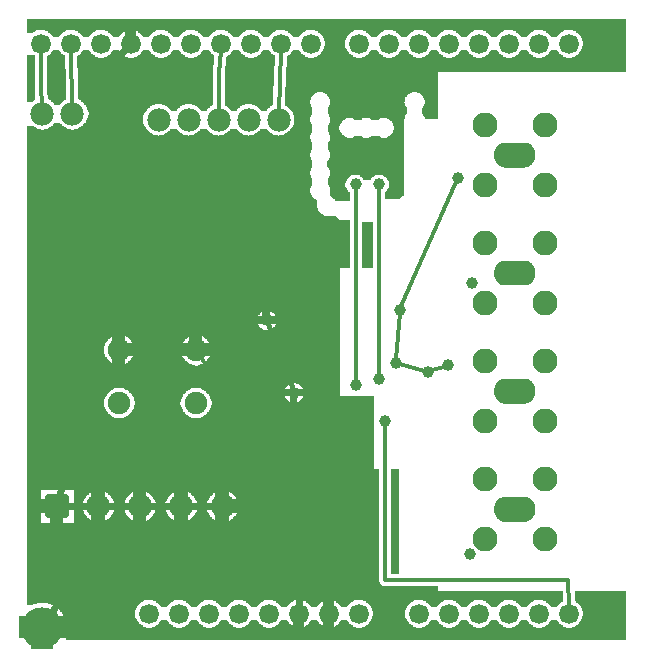
<source format=gbl>
G04 MADE WITH FRITZING*
G04 WWW.FRITZING.ORG*
G04 DOUBLE SIDED*
G04 HOLES PLATED*
G04 CONTOUR ON CENTER OF CONTOUR VECTOR*
%ASAXBY*%
%FSLAX23Y23*%
%MOIN*%
%OFA0B0*%
%SFA1.0B1.0*%
%ADD10C,0.075000*%
%ADD11C,0.039370*%
%ADD12C,0.080000*%
%ADD13C,0.078000*%
%ADD14C,0.082677*%
%ADD15C,0.083071*%
%ADD16C,0.066194*%
%ADD17C,0.066222*%
%ADD18C,0.137795*%
%ADD19C,0.012000*%
%ADD20C,0.024000*%
%ADD21C,0.016000*%
%ADD22C,0.020000*%
%ADD23R,0.001000X0.001000*%
%LNCOPPER0*%
G90*
G70*
G54D10*
X763Y1917D03*
X1954Y2052D03*
G54D11*
X1134Y891D03*
X1134Y1560D03*
X1212Y910D03*
X1212Y1560D03*
G54D12*
X140Y487D03*
X277Y487D03*
X415Y487D03*
X553Y487D03*
X691Y487D03*
G54D13*
X90Y1796D03*
X190Y1796D03*
G54D11*
X1268Y965D03*
X1376Y935D03*
X1443Y957D03*
X1282Y1143D03*
X1474Y1581D03*
X1521Y1233D03*
X1516Y329D03*
X838Y1107D03*
X929Y865D03*
X1232Y772D03*
G54D13*
X878Y1776D03*
X778Y1776D03*
X678Y1776D03*
X578Y1776D03*
X478Y1776D03*
G54D10*
X602Y831D03*
X346Y831D03*
X602Y1008D03*
X346Y1008D03*
G54D14*
X1565Y577D03*
G54D15*
X1664Y478D03*
X1565Y377D03*
X1565Y577D03*
X1765Y377D03*
X1765Y577D03*
G54D14*
X1565Y970D03*
G54D15*
X1664Y871D03*
X1565Y771D03*
X1565Y971D03*
X1765Y771D03*
X1765Y971D03*
G54D14*
X1565Y1758D03*
G54D15*
X1664Y1659D03*
X1565Y1558D03*
X1565Y1758D03*
X1765Y1558D03*
X1765Y1758D03*
G54D16*
X1445Y129D03*
X1545Y129D03*
X1645Y129D03*
X1745Y129D03*
X1845Y129D03*
G54D17*
X985Y2029D03*
X885Y2029D03*
X785Y2029D03*
X685Y2029D03*
X585Y2029D03*
X485Y2029D03*
X385Y2029D03*
X285Y2029D03*
X185Y2029D03*
X85Y2029D03*
X1845Y2029D03*
X1745Y2029D03*
X1645Y2029D03*
X1545Y2029D03*
X1445Y2029D03*
X1345Y2029D03*
X1245Y2029D03*
X1145Y2029D03*
G54D16*
X545Y129D03*
X445Y129D03*
X645Y129D03*
X745Y129D03*
X845Y129D03*
X945Y129D03*
X1045Y129D03*
X1145Y129D03*
X1345Y129D03*
G54D14*
X1565Y1364D03*
G54D15*
X1664Y1265D03*
X1565Y1164D03*
X1565Y1364D03*
X1765Y1164D03*
X1765Y1364D03*
G54D18*
X90Y83D03*
G54D19*
X1134Y1546D02*
X1134Y904D01*
D02*
X1212Y1546D02*
X1212Y923D01*
G54D20*
D02*
X446Y487D02*
X522Y487D01*
D02*
X308Y487D02*
X384Y487D01*
D02*
X171Y487D02*
X246Y487D01*
D02*
X288Y1934D02*
X288Y1698D01*
D02*
X288Y1698D02*
X286Y1108D01*
D02*
X286Y1108D02*
X147Y517D01*
D02*
X364Y2008D02*
X288Y1934D01*
G54D19*
D02*
X885Y2005D02*
X878Y1801D01*
D02*
X680Y1932D02*
X678Y1801D01*
D02*
X684Y2005D02*
X680Y1932D01*
D02*
X1363Y939D02*
X1281Y961D01*
D02*
X1430Y953D02*
X1388Y940D01*
D02*
X1287Y1156D02*
X1469Y1569D01*
D02*
X1281Y1130D02*
X1269Y978D01*
G54D21*
D02*
X843Y1094D02*
X924Y877D01*
G54D19*
D02*
X1232Y759D02*
X1232Y241D01*
D02*
X1232Y241D02*
X1843Y241D01*
D02*
X1843Y241D02*
X1845Y154D01*
G54D21*
D02*
X918Y595D02*
X947Y311D01*
D02*
X947Y311D02*
X946Y154D01*
G54D19*
D02*
X186Y2005D02*
X190Y1820D01*
D02*
X85Y1892D02*
X89Y1820D01*
D02*
X85Y2005D02*
X85Y1892D01*
D02*
X799Y715D02*
X615Y989D01*
D02*
X918Y595D02*
X799Y715D01*
G54D20*
D02*
X210Y280D02*
X111Y118D01*
D02*
X956Y280D02*
X210Y280D01*
D02*
X947Y160D02*
X956Y280D01*
D02*
X584Y487D02*
X660Y487D01*
G36*
X126Y2008D02*
X126Y2006D01*
X124Y2006D01*
X124Y2004D01*
X122Y2004D01*
X122Y2000D01*
X120Y2000D01*
X120Y1998D01*
X118Y1998D01*
X118Y1996D01*
X116Y1996D01*
X116Y1994D01*
X114Y1994D01*
X114Y1992D01*
X110Y1992D01*
X110Y1990D01*
X108Y1990D01*
X108Y1988D01*
X106Y1988D01*
X106Y1858D01*
X108Y1858D01*
X108Y1844D01*
X112Y1844D01*
X112Y1842D01*
X114Y1842D01*
X114Y1840D01*
X118Y1840D01*
X118Y1838D01*
X120Y1838D01*
X120Y1836D01*
X122Y1836D01*
X122Y1834D01*
X126Y1834D01*
X126Y1832D01*
X128Y1832D01*
X128Y1828D01*
X130Y1828D01*
X130Y1826D01*
X150Y1826D01*
X150Y1828D01*
X152Y1828D01*
X152Y1830D01*
X154Y1830D01*
X154Y1832D01*
X156Y1832D01*
X156Y1834D01*
X158Y1834D01*
X158Y1836D01*
X160Y1836D01*
X160Y1838D01*
X162Y1838D01*
X162Y1840D01*
X166Y1840D01*
X166Y1842D01*
X168Y1842D01*
X168Y1946D01*
X166Y1946D01*
X166Y1988D01*
X164Y1988D01*
X164Y1990D01*
X160Y1990D01*
X160Y1992D01*
X158Y1992D01*
X158Y1994D01*
X156Y1994D01*
X156Y1996D01*
X152Y1996D01*
X152Y2000D01*
X150Y2000D01*
X150Y2002D01*
X148Y2002D01*
X148Y2004D01*
X146Y2004D01*
X146Y2008D01*
X126Y2008D01*
G37*
D02*
G36*
X726Y2008D02*
X726Y2006D01*
X724Y2006D01*
X724Y2004D01*
X722Y2004D01*
X722Y2000D01*
X720Y2000D01*
X720Y1998D01*
X718Y1998D01*
X718Y1996D01*
X716Y1996D01*
X716Y1994D01*
X714Y1994D01*
X714Y1992D01*
X710Y1992D01*
X710Y1990D01*
X708Y1990D01*
X708Y1988D01*
X704Y1988D01*
X704Y1986D01*
X702Y1986D01*
X702Y1982D01*
X776Y1982D01*
X776Y1984D01*
X770Y1984D01*
X770Y1986D01*
X766Y1986D01*
X766Y1988D01*
X764Y1988D01*
X764Y1990D01*
X760Y1990D01*
X760Y1992D01*
X758Y1992D01*
X758Y1994D01*
X756Y1994D01*
X756Y1996D01*
X752Y1996D01*
X752Y2000D01*
X750Y2000D01*
X750Y2002D01*
X748Y2002D01*
X748Y2004D01*
X746Y2004D01*
X746Y2008D01*
X726Y2008D01*
G37*
D02*
G36*
X826Y2008D02*
X826Y2006D01*
X824Y2006D01*
X824Y2004D01*
X822Y2004D01*
X822Y2000D01*
X820Y2000D01*
X820Y1998D01*
X818Y1998D01*
X818Y1996D01*
X816Y1996D01*
X816Y1994D01*
X814Y1994D01*
X814Y1992D01*
X810Y1992D01*
X810Y1990D01*
X808Y1990D01*
X808Y1988D01*
X804Y1988D01*
X804Y1986D01*
X800Y1986D01*
X800Y1984D01*
X794Y1984D01*
X794Y1982D01*
X864Y1982D01*
X864Y1990D01*
X860Y1990D01*
X860Y1992D01*
X858Y1992D01*
X858Y1994D01*
X856Y1994D01*
X856Y1996D01*
X852Y1996D01*
X852Y2000D01*
X850Y2000D01*
X850Y2002D01*
X848Y2002D01*
X848Y2004D01*
X846Y2004D01*
X846Y2008D01*
X826Y2008D01*
G37*
D02*
G36*
X702Y1982D02*
X702Y1980D01*
X864Y1980D01*
X864Y1982D01*
X702Y1982D01*
G37*
D02*
G36*
X702Y1982D02*
X702Y1980D01*
X864Y1980D01*
X864Y1982D01*
X702Y1982D01*
G37*
D02*
G36*
X702Y1980D02*
X702Y1956D01*
X700Y1956D01*
X700Y1888D01*
X698Y1888D01*
X698Y1828D01*
X790Y1828D01*
X790Y1826D01*
X796Y1826D01*
X796Y1824D01*
X798Y1824D01*
X798Y1822D01*
X802Y1822D01*
X802Y1820D01*
X806Y1820D01*
X806Y1818D01*
X808Y1818D01*
X808Y1816D01*
X810Y1816D01*
X810Y1814D01*
X812Y1814D01*
X812Y1812D01*
X814Y1812D01*
X814Y1810D01*
X816Y1810D01*
X816Y1808D01*
X818Y1808D01*
X818Y1806D01*
X838Y1806D01*
X838Y1810D01*
X840Y1810D01*
X840Y1812D01*
X842Y1812D01*
X842Y1814D01*
X844Y1814D01*
X844Y1816D01*
X848Y1816D01*
X848Y1818D01*
X850Y1818D01*
X850Y1820D01*
X854Y1820D01*
X854Y1822D01*
X856Y1822D01*
X856Y1824D01*
X860Y1824D01*
X860Y1888D01*
X862Y1888D01*
X862Y1954D01*
X864Y1954D01*
X864Y1980D01*
X702Y1980D01*
G37*
D02*
G36*
X698Y1828D02*
X698Y1822D01*
X702Y1822D01*
X702Y1820D01*
X706Y1820D01*
X706Y1818D01*
X708Y1818D01*
X708Y1816D01*
X710Y1816D01*
X710Y1814D01*
X712Y1814D01*
X712Y1812D01*
X714Y1812D01*
X714Y1810D01*
X716Y1810D01*
X716Y1808D01*
X718Y1808D01*
X718Y1806D01*
X738Y1806D01*
X738Y1810D01*
X740Y1810D01*
X740Y1812D01*
X742Y1812D01*
X742Y1814D01*
X744Y1814D01*
X744Y1816D01*
X748Y1816D01*
X748Y1818D01*
X750Y1818D01*
X750Y1820D01*
X754Y1820D01*
X754Y1822D01*
X756Y1822D01*
X756Y1824D01*
X760Y1824D01*
X760Y1826D01*
X766Y1826D01*
X766Y1828D01*
X698Y1828D01*
G37*
D02*
G36*
X40Y1992D02*
X40Y1836D01*
X60Y1836D01*
X60Y1838D01*
X62Y1838D01*
X62Y1840D01*
X66Y1840D01*
X66Y1988D01*
X64Y1988D01*
X64Y1990D01*
X60Y1990D01*
X60Y1992D01*
X40Y1992D01*
G37*
D02*
G36*
X40Y2110D02*
X40Y2076D01*
X1854Y2076D01*
X1854Y2074D01*
X1860Y2074D01*
X1860Y2072D01*
X1864Y2072D01*
X1864Y2070D01*
X1868Y2070D01*
X1868Y2068D01*
X1870Y2068D01*
X1870Y2066D01*
X1874Y2066D01*
X1874Y2064D01*
X1876Y2064D01*
X1876Y2062D01*
X1878Y2062D01*
X1878Y2060D01*
X1880Y2060D01*
X1880Y2058D01*
X1882Y2058D01*
X1882Y2054D01*
X1884Y2054D01*
X1884Y2052D01*
X1886Y2052D01*
X1886Y2048D01*
X1888Y2048D01*
X1888Y2044D01*
X1890Y2044D01*
X1890Y2038D01*
X1892Y2038D01*
X1892Y2020D01*
X1890Y2020D01*
X1890Y2014D01*
X1888Y2014D01*
X1888Y2010D01*
X1886Y2010D01*
X1886Y2006D01*
X1884Y2006D01*
X1884Y2004D01*
X1882Y2004D01*
X1882Y2000D01*
X1880Y2000D01*
X1880Y1998D01*
X1878Y1998D01*
X1878Y1996D01*
X1876Y1996D01*
X1876Y1994D01*
X1874Y1994D01*
X1874Y1992D01*
X1870Y1992D01*
X1870Y1990D01*
X1868Y1990D01*
X1868Y1988D01*
X1864Y1988D01*
X1864Y1986D01*
X1860Y1986D01*
X1860Y1984D01*
X1854Y1984D01*
X1854Y1982D01*
X2036Y1982D01*
X2036Y2110D01*
X40Y2110D01*
G37*
D02*
G36*
X40Y2076D02*
X40Y2066D01*
X60Y2066D01*
X60Y2068D01*
X64Y2068D01*
X64Y2070D01*
X66Y2070D01*
X66Y2072D01*
X70Y2072D01*
X70Y2074D01*
X76Y2074D01*
X76Y2076D01*
X40Y2076D01*
G37*
D02*
G36*
X94Y2076D02*
X94Y2074D01*
X100Y2074D01*
X100Y2072D01*
X104Y2072D01*
X104Y2070D01*
X108Y2070D01*
X108Y2068D01*
X110Y2068D01*
X110Y2066D01*
X114Y2066D01*
X114Y2064D01*
X116Y2064D01*
X116Y2062D01*
X118Y2062D01*
X118Y2060D01*
X120Y2060D01*
X120Y2058D01*
X122Y2058D01*
X122Y2054D01*
X124Y2054D01*
X124Y2052D01*
X126Y2052D01*
X126Y2050D01*
X146Y2050D01*
X146Y2054D01*
X148Y2054D01*
X148Y2056D01*
X150Y2056D01*
X150Y2058D01*
X152Y2058D01*
X152Y2062D01*
X156Y2062D01*
X156Y2064D01*
X158Y2064D01*
X158Y2066D01*
X160Y2066D01*
X160Y2068D01*
X164Y2068D01*
X164Y2070D01*
X166Y2070D01*
X166Y2072D01*
X170Y2072D01*
X170Y2074D01*
X176Y2074D01*
X176Y2076D01*
X94Y2076D01*
G37*
D02*
G36*
X194Y2076D02*
X194Y2074D01*
X200Y2074D01*
X200Y2072D01*
X204Y2072D01*
X204Y2070D01*
X208Y2070D01*
X208Y2068D01*
X210Y2068D01*
X210Y2066D01*
X214Y2066D01*
X214Y2064D01*
X216Y2064D01*
X216Y2062D01*
X218Y2062D01*
X218Y2060D01*
X220Y2060D01*
X220Y2058D01*
X222Y2058D01*
X222Y2054D01*
X224Y2054D01*
X224Y2052D01*
X226Y2052D01*
X226Y2050D01*
X246Y2050D01*
X246Y2054D01*
X248Y2054D01*
X248Y2056D01*
X250Y2056D01*
X250Y2058D01*
X252Y2058D01*
X252Y2062D01*
X256Y2062D01*
X256Y2064D01*
X258Y2064D01*
X258Y2066D01*
X260Y2066D01*
X260Y2068D01*
X264Y2068D01*
X264Y2070D01*
X266Y2070D01*
X266Y2072D01*
X270Y2072D01*
X270Y2074D01*
X276Y2074D01*
X276Y2076D01*
X194Y2076D01*
G37*
D02*
G36*
X294Y2076D02*
X294Y2074D01*
X300Y2074D01*
X300Y2072D01*
X304Y2072D01*
X304Y2070D01*
X308Y2070D01*
X308Y2068D01*
X310Y2068D01*
X310Y2066D01*
X314Y2066D01*
X314Y2064D01*
X316Y2064D01*
X316Y2062D01*
X318Y2062D01*
X318Y2060D01*
X320Y2060D01*
X320Y2058D01*
X322Y2058D01*
X322Y2054D01*
X324Y2054D01*
X324Y2052D01*
X326Y2052D01*
X326Y2050D01*
X346Y2050D01*
X346Y2054D01*
X348Y2054D01*
X348Y2056D01*
X350Y2056D01*
X350Y2058D01*
X352Y2058D01*
X352Y2062D01*
X356Y2062D01*
X356Y2064D01*
X358Y2064D01*
X358Y2066D01*
X360Y2066D01*
X360Y2068D01*
X364Y2068D01*
X364Y2070D01*
X366Y2070D01*
X366Y2072D01*
X370Y2072D01*
X370Y2074D01*
X376Y2074D01*
X376Y2076D01*
X294Y2076D01*
G37*
D02*
G36*
X394Y2076D02*
X394Y2074D01*
X400Y2074D01*
X400Y2072D01*
X404Y2072D01*
X404Y2070D01*
X408Y2070D01*
X408Y2068D01*
X410Y2068D01*
X410Y2066D01*
X414Y2066D01*
X414Y2064D01*
X416Y2064D01*
X416Y2062D01*
X418Y2062D01*
X418Y2060D01*
X420Y2060D01*
X420Y2058D01*
X422Y2058D01*
X422Y2054D01*
X424Y2054D01*
X424Y2052D01*
X426Y2052D01*
X426Y2050D01*
X446Y2050D01*
X446Y2054D01*
X448Y2054D01*
X448Y2056D01*
X450Y2056D01*
X450Y2058D01*
X452Y2058D01*
X452Y2062D01*
X456Y2062D01*
X456Y2064D01*
X458Y2064D01*
X458Y2066D01*
X460Y2066D01*
X460Y2068D01*
X464Y2068D01*
X464Y2070D01*
X466Y2070D01*
X466Y2072D01*
X470Y2072D01*
X470Y2074D01*
X476Y2074D01*
X476Y2076D01*
X394Y2076D01*
G37*
D02*
G36*
X494Y2076D02*
X494Y2074D01*
X500Y2074D01*
X500Y2072D01*
X504Y2072D01*
X504Y2070D01*
X508Y2070D01*
X508Y2068D01*
X510Y2068D01*
X510Y2066D01*
X514Y2066D01*
X514Y2064D01*
X516Y2064D01*
X516Y2062D01*
X518Y2062D01*
X518Y2060D01*
X520Y2060D01*
X520Y2058D01*
X522Y2058D01*
X522Y2054D01*
X524Y2054D01*
X524Y2052D01*
X526Y2052D01*
X526Y2050D01*
X546Y2050D01*
X546Y2054D01*
X548Y2054D01*
X548Y2056D01*
X550Y2056D01*
X550Y2058D01*
X552Y2058D01*
X552Y2062D01*
X556Y2062D01*
X556Y2064D01*
X558Y2064D01*
X558Y2066D01*
X560Y2066D01*
X560Y2068D01*
X564Y2068D01*
X564Y2070D01*
X566Y2070D01*
X566Y2072D01*
X570Y2072D01*
X570Y2074D01*
X576Y2074D01*
X576Y2076D01*
X494Y2076D01*
G37*
D02*
G36*
X594Y2076D02*
X594Y2074D01*
X600Y2074D01*
X600Y2072D01*
X604Y2072D01*
X604Y2070D01*
X608Y2070D01*
X608Y2068D01*
X610Y2068D01*
X610Y2066D01*
X614Y2066D01*
X614Y2064D01*
X616Y2064D01*
X616Y2062D01*
X618Y2062D01*
X618Y2060D01*
X620Y2060D01*
X620Y2058D01*
X622Y2058D01*
X622Y2054D01*
X624Y2054D01*
X624Y2052D01*
X626Y2052D01*
X626Y2050D01*
X646Y2050D01*
X646Y2054D01*
X648Y2054D01*
X648Y2056D01*
X650Y2056D01*
X650Y2058D01*
X652Y2058D01*
X652Y2062D01*
X656Y2062D01*
X656Y2064D01*
X658Y2064D01*
X658Y2066D01*
X660Y2066D01*
X660Y2068D01*
X664Y2068D01*
X664Y2070D01*
X666Y2070D01*
X666Y2072D01*
X670Y2072D01*
X670Y2074D01*
X676Y2074D01*
X676Y2076D01*
X594Y2076D01*
G37*
D02*
G36*
X694Y2076D02*
X694Y2074D01*
X700Y2074D01*
X700Y2072D01*
X704Y2072D01*
X704Y2070D01*
X708Y2070D01*
X708Y2068D01*
X710Y2068D01*
X710Y2066D01*
X714Y2066D01*
X714Y2064D01*
X716Y2064D01*
X716Y2062D01*
X718Y2062D01*
X718Y2060D01*
X720Y2060D01*
X720Y2058D01*
X722Y2058D01*
X722Y2054D01*
X724Y2054D01*
X724Y2052D01*
X726Y2052D01*
X726Y2050D01*
X746Y2050D01*
X746Y2054D01*
X748Y2054D01*
X748Y2056D01*
X750Y2056D01*
X750Y2058D01*
X752Y2058D01*
X752Y2062D01*
X756Y2062D01*
X756Y2064D01*
X758Y2064D01*
X758Y2066D01*
X760Y2066D01*
X760Y2068D01*
X764Y2068D01*
X764Y2070D01*
X766Y2070D01*
X766Y2072D01*
X770Y2072D01*
X770Y2074D01*
X776Y2074D01*
X776Y2076D01*
X694Y2076D01*
G37*
D02*
G36*
X794Y2076D02*
X794Y2074D01*
X800Y2074D01*
X800Y2072D01*
X804Y2072D01*
X804Y2070D01*
X808Y2070D01*
X808Y2068D01*
X810Y2068D01*
X810Y2066D01*
X814Y2066D01*
X814Y2064D01*
X816Y2064D01*
X816Y2062D01*
X818Y2062D01*
X818Y2060D01*
X820Y2060D01*
X820Y2058D01*
X822Y2058D01*
X822Y2054D01*
X824Y2054D01*
X824Y2052D01*
X826Y2052D01*
X826Y2050D01*
X846Y2050D01*
X846Y2054D01*
X848Y2054D01*
X848Y2056D01*
X850Y2056D01*
X850Y2058D01*
X852Y2058D01*
X852Y2062D01*
X856Y2062D01*
X856Y2064D01*
X858Y2064D01*
X858Y2066D01*
X860Y2066D01*
X860Y2068D01*
X864Y2068D01*
X864Y2070D01*
X866Y2070D01*
X866Y2072D01*
X870Y2072D01*
X870Y2074D01*
X876Y2074D01*
X876Y2076D01*
X794Y2076D01*
G37*
D02*
G36*
X894Y2076D02*
X894Y2074D01*
X900Y2074D01*
X900Y2072D01*
X904Y2072D01*
X904Y2070D01*
X908Y2070D01*
X908Y2068D01*
X910Y2068D01*
X910Y2066D01*
X914Y2066D01*
X914Y2064D01*
X916Y2064D01*
X916Y2062D01*
X918Y2062D01*
X918Y2060D01*
X920Y2060D01*
X920Y2058D01*
X922Y2058D01*
X922Y2054D01*
X924Y2054D01*
X924Y2052D01*
X926Y2052D01*
X926Y2050D01*
X946Y2050D01*
X946Y2054D01*
X948Y2054D01*
X948Y2056D01*
X950Y2056D01*
X950Y2058D01*
X952Y2058D01*
X952Y2062D01*
X956Y2062D01*
X956Y2064D01*
X958Y2064D01*
X958Y2066D01*
X960Y2066D01*
X960Y2068D01*
X964Y2068D01*
X964Y2070D01*
X966Y2070D01*
X966Y2072D01*
X970Y2072D01*
X970Y2074D01*
X976Y2074D01*
X976Y2076D01*
X894Y2076D01*
G37*
D02*
G36*
X994Y2076D02*
X994Y2074D01*
X1000Y2074D01*
X1000Y2072D01*
X1004Y2072D01*
X1004Y2070D01*
X1008Y2070D01*
X1008Y2068D01*
X1010Y2068D01*
X1010Y2066D01*
X1014Y2066D01*
X1014Y2064D01*
X1016Y2064D01*
X1016Y2062D01*
X1018Y2062D01*
X1018Y2060D01*
X1020Y2060D01*
X1020Y2058D01*
X1022Y2058D01*
X1022Y2054D01*
X1024Y2054D01*
X1024Y2052D01*
X1026Y2052D01*
X1026Y2048D01*
X1028Y2048D01*
X1028Y2044D01*
X1030Y2044D01*
X1030Y2038D01*
X1032Y2038D01*
X1032Y2020D01*
X1030Y2020D01*
X1030Y2014D01*
X1028Y2014D01*
X1028Y2010D01*
X1026Y2010D01*
X1026Y2006D01*
X1024Y2006D01*
X1024Y2004D01*
X1022Y2004D01*
X1022Y2000D01*
X1020Y2000D01*
X1020Y1998D01*
X1018Y1998D01*
X1018Y1996D01*
X1016Y1996D01*
X1016Y1994D01*
X1014Y1994D01*
X1014Y1992D01*
X1010Y1992D01*
X1010Y1990D01*
X1008Y1990D01*
X1008Y1988D01*
X1004Y1988D01*
X1004Y1986D01*
X1000Y1986D01*
X1000Y1984D01*
X994Y1984D01*
X994Y1982D01*
X1136Y1982D01*
X1136Y1984D01*
X1130Y1984D01*
X1130Y1986D01*
X1126Y1986D01*
X1126Y1988D01*
X1124Y1988D01*
X1124Y1990D01*
X1120Y1990D01*
X1120Y1992D01*
X1118Y1992D01*
X1118Y1994D01*
X1116Y1994D01*
X1116Y1996D01*
X1112Y1996D01*
X1112Y2000D01*
X1110Y2000D01*
X1110Y2002D01*
X1108Y2002D01*
X1108Y2004D01*
X1106Y2004D01*
X1106Y2008D01*
X1104Y2008D01*
X1104Y2010D01*
X1102Y2010D01*
X1102Y2016D01*
X1100Y2016D01*
X1100Y2022D01*
X1098Y2022D01*
X1098Y2036D01*
X1100Y2036D01*
X1100Y2042D01*
X1102Y2042D01*
X1102Y2048D01*
X1104Y2048D01*
X1104Y2050D01*
X1106Y2050D01*
X1106Y2054D01*
X1108Y2054D01*
X1108Y2056D01*
X1110Y2056D01*
X1110Y2058D01*
X1112Y2058D01*
X1112Y2062D01*
X1116Y2062D01*
X1116Y2064D01*
X1118Y2064D01*
X1118Y2066D01*
X1120Y2066D01*
X1120Y2068D01*
X1124Y2068D01*
X1124Y2070D01*
X1126Y2070D01*
X1126Y2072D01*
X1130Y2072D01*
X1130Y2074D01*
X1136Y2074D01*
X1136Y2076D01*
X994Y2076D01*
G37*
D02*
G36*
X1154Y2076D02*
X1154Y2074D01*
X1160Y2074D01*
X1160Y2072D01*
X1164Y2072D01*
X1164Y2070D01*
X1168Y2070D01*
X1168Y2068D01*
X1170Y2068D01*
X1170Y2066D01*
X1174Y2066D01*
X1174Y2064D01*
X1176Y2064D01*
X1176Y2062D01*
X1178Y2062D01*
X1178Y2060D01*
X1180Y2060D01*
X1180Y2058D01*
X1182Y2058D01*
X1182Y2054D01*
X1184Y2054D01*
X1184Y2052D01*
X1186Y2052D01*
X1186Y2050D01*
X1206Y2050D01*
X1206Y2054D01*
X1208Y2054D01*
X1208Y2056D01*
X1210Y2056D01*
X1210Y2058D01*
X1212Y2058D01*
X1212Y2062D01*
X1216Y2062D01*
X1216Y2064D01*
X1218Y2064D01*
X1218Y2066D01*
X1220Y2066D01*
X1220Y2068D01*
X1224Y2068D01*
X1224Y2070D01*
X1226Y2070D01*
X1226Y2072D01*
X1230Y2072D01*
X1230Y2074D01*
X1236Y2074D01*
X1236Y2076D01*
X1154Y2076D01*
G37*
D02*
G36*
X1254Y2076D02*
X1254Y2074D01*
X1260Y2074D01*
X1260Y2072D01*
X1264Y2072D01*
X1264Y2070D01*
X1268Y2070D01*
X1268Y2068D01*
X1270Y2068D01*
X1270Y2066D01*
X1274Y2066D01*
X1274Y2064D01*
X1276Y2064D01*
X1276Y2062D01*
X1278Y2062D01*
X1278Y2060D01*
X1280Y2060D01*
X1280Y2058D01*
X1282Y2058D01*
X1282Y2054D01*
X1284Y2054D01*
X1284Y2052D01*
X1286Y2052D01*
X1286Y2050D01*
X1306Y2050D01*
X1306Y2054D01*
X1308Y2054D01*
X1308Y2056D01*
X1310Y2056D01*
X1310Y2058D01*
X1312Y2058D01*
X1312Y2062D01*
X1316Y2062D01*
X1316Y2064D01*
X1318Y2064D01*
X1318Y2066D01*
X1320Y2066D01*
X1320Y2068D01*
X1324Y2068D01*
X1324Y2070D01*
X1326Y2070D01*
X1326Y2072D01*
X1330Y2072D01*
X1330Y2074D01*
X1336Y2074D01*
X1336Y2076D01*
X1254Y2076D01*
G37*
D02*
G36*
X1354Y2076D02*
X1354Y2074D01*
X1360Y2074D01*
X1360Y2072D01*
X1364Y2072D01*
X1364Y2070D01*
X1368Y2070D01*
X1368Y2068D01*
X1370Y2068D01*
X1370Y2066D01*
X1374Y2066D01*
X1374Y2064D01*
X1376Y2064D01*
X1376Y2062D01*
X1378Y2062D01*
X1378Y2060D01*
X1380Y2060D01*
X1380Y2058D01*
X1382Y2058D01*
X1382Y2054D01*
X1384Y2054D01*
X1384Y2052D01*
X1386Y2052D01*
X1386Y2050D01*
X1406Y2050D01*
X1406Y2054D01*
X1408Y2054D01*
X1408Y2056D01*
X1410Y2056D01*
X1410Y2058D01*
X1412Y2058D01*
X1412Y2062D01*
X1416Y2062D01*
X1416Y2064D01*
X1418Y2064D01*
X1418Y2066D01*
X1420Y2066D01*
X1420Y2068D01*
X1424Y2068D01*
X1424Y2070D01*
X1426Y2070D01*
X1426Y2072D01*
X1430Y2072D01*
X1430Y2074D01*
X1436Y2074D01*
X1436Y2076D01*
X1354Y2076D01*
G37*
D02*
G36*
X1454Y2076D02*
X1454Y2074D01*
X1460Y2074D01*
X1460Y2072D01*
X1464Y2072D01*
X1464Y2070D01*
X1468Y2070D01*
X1468Y2068D01*
X1470Y2068D01*
X1470Y2066D01*
X1474Y2066D01*
X1474Y2064D01*
X1476Y2064D01*
X1476Y2062D01*
X1478Y2062D01*
X1478Y2060D01*
X1480Y2060D01*
X1480Y2058D01*
X1482Y2058D01*
X1482Y2054D01*
X1484Y2054D01*
X1484Y2052D01*
X1486Y2052D01*
X1486Y2050D01*
X1506Y2050D01*
X1506Y2054D01*
X1508Y2054D01*
X1508Y2056D01*
X1510Y2056D01*
X1510Y2058D01*
X1512Y2058D01*
X1512Y2062D01*
X1516Y2062D01*
X1516Y2064D01*
X1518Y2064D01*
X1518Y2066D01*
X1520Y2066D01*
X1520Y2068D01*
X1524Y2068D01*
X1524Y2070D01*
X1526Y2070D01*
X1526Y2072D01*
X1530Y2072D01*
X1530Y2074D01*
X1536Y2074D01*
X1536Y2076D01*
X1454Y2076D01*
G37*
D02*
G36*
X1554Y2076D02*
X1554Y2074D01*
X1560Y2074D01*
X1560Y2072D01*
X1564Y2072D01*
X1564Y2070D01*
X1568Y2070D01*
X1568Y2068D01*
X1570Y2068D01*
X1570Y2066D01*
X1574Y2066D01*
X1574Y2064D01*
X1576Y2064D01*
X1576Y2062D01*
X1578Y2062D01*
X1578Y2060D01*
X1580Y2060D01*
X1580Y2058D01*
X1582Y2058D01*
X1582Y2054D01*
X1584Y2054D01*
X1584Y2052D01*
X1586Y2052D01*
X1586Y2050D01*
X1606Y2050D01*
X1606Y2054D01*
X1608Y2054D01*
X1608Y2056D01*
X1610Y2056D01*
X1610Y2058D01*
X1612Y2058D01*
X1612Y2062D01*
X1616Y2062D01*
X1616Y2064D01*
X1618Y2064D01*
X1618Y2066D01*
X1620Y2066D01*
X1620Y2068D01*
X1624Y2068D01*
X1624Y2070D01*
X1626Y2070D01*
X1626Y2072D01*
X1630Y2072D01*
X1630Y2074D01*
X1636Y2074D01*
X1636Y2076D01*
X1554Y2076D01*
G37*
D02*
G36*
X1654Y2076D02*
X1654Y2074D01*
X1660Y2074D01*
X1660Y2072D01*
X1664Y2072D01*
X1664Y2070D01*
X1668Y2070D01*
X1668Y2068D01*
X1670Y2068D01*
X1670Y2066D01*
X1674Y2066D01*
X1674Y2064D01*
X1676Y2064D01*
X1676Y2062D01*
X1678Y2062D01*
X1678Y2060D01*
X1680Y2060D01*
X1680Y2058D01*
X1682Y2058D01*
X1682Y2054D01*
X1684Y2054D01*
X1684Y2052D01*
X1686Y2052D01*
X1686Y2050D01*
X1706Y2050D01*
X1706Y2054D01*
X1708Y2054D01*
X1708Y2056D01*
X1710Y2056D01*
X1710Y2058D01*
X1712Y2058D01*
X1712Y2062D01*
X1716Y2062D01*
X1716Y2064D01*
X1718Y2064D01*
X1718Y2066D01*
X1720Y2066D01*
X1720Y2068D01*
X1724Y2068D01*
X1724Y2070D01*
X1726Y2070D01*
X1726Y2072D01*
X1730Y2072D01*
X1730Y2074D01*
X1736Y2074D01*
X1736Y2076D01*
X1654Y2076D01*
G37*
D02*
G36*
X1754Y2076D02*
X1754Y2074D01*
X1760Y2074D01*
X1760Y2072D01*
X1764Y2072D01*
X1764Y2070D01*
X1768Y2070D01*
X1768Y2068D01*
X1770Y2068D01*
X1770Y2066D01*
X1774Y2066D01*
X1774Y2064D01*
X1776Y2064D01*
X1776Y2062D01*
X1778Y2062D01*
X1778Y2060D01*
X1780Y2060D01*
X1780Y2058D01*
X1782Y2058D01*
X1782Y2054D01*
X1784Y2054D01*
X1784Y2052D01*
X1786Y2052D01*
X1786Y2050D01*
X1806Y2050D01*
X1806Y2054D01*
X1808Y2054D01*
X1808Y2056D01*
X1810Y2056D01*
X1810Y2058D01*
X1812Y2058D01*
X1812Y2062D01*
X1816Y2062D01*
X1816Y2064D01*
X1818Y2064D01*
X1818Y2066D01*
X1820Y2066D01*
X1820Y2068D01*
X1824Y2068D01*
X1824Y2070D01*
X1826Y2070D01*
X1826Y2072D01*
X1830Y2072D01*
X1830Y2074D01*
X1836Y2074D01*
X1836Y2076D01*
X1754Y2076D01*
G37*
D02*
G36*
X226Y2008D02*
X226Y2006D01*
X224Y2006D01*
X224Y2004D01*
X222Y2004D01*
X222Y2000D01*
X220Y2000D01*
X220Y1998D01*
X218Y1998D01*
X218Y1996D01*
X216Y1996D01*
X216Y1994D01*
X214Y1994D01*
X214Y1992D01*
X210Y1992D01*
X210Y1990D01*
X208Y1990D01*
X208Y1988D01*
X206Y1988D01*
X206Y1982D01*
X276Y1982D01*
X276Y1984D01*
X270Y1984D01*
X270Y1986D01*
X266Y1986D01*
X266Y1988D01*
X264Y1988D01*
X264Y1990D01*
X260Y1990D01*
X260Y1992D01*
X258Y1992D01*
X258Y1994D01*
X256Y1994D01*
X256Y1996D01*
X252Y1996D01*
X252Y2000D01*
X250Y2000D01*
X250Y2002D01*
X248Y2002D01*
X248Y2004D01*
X246Y2004D01*
X246Y2008D01*
X226Y2008D01*
G37*
D02*
G36*
X326Y2008D02*
X326Y2006D01*
X324Y2006D01*
X324Y2004D01*
X322Y2004D01*
X322Y2000D01*
X320Y2000D01*
X320Y1998D01*
X318Y1998D01*
X318Y1996D01*
X316Y1996D01*
X316Y1994D01*
X314Y1994D01*
X314Y1992D01*
X310Y1992D01*
X310Y1990D01*
X308Y1990D01*
X308Y1988D01*
X304Y1988D01*
X304Y1986D01*
X300Y1986D01*
X300Y1984D01*
X294Y1984D01*
X294Y1982D01*
X376Y1982D01*
X376Y1984D01*
X370Y1984D01*
X370Y1986D01*
X366Y1986D01*
X366Y1988D01*
X364Y1988D01*
X364Y1990D01*
X360Y1990D01*
X360Y1992D01*
X358Y1992D01*
X358Y1994D01*
X356Y1994D01*
X356Y1996D01*
X352Y1996D01*
X352Y2000D01*
X350Y2000D01*
X350Y2002D01*
X348Y2002D01*
X348Y2004D01*
X346Y2004D01*
X346Y2008D01*
X326Y2008D01*
G37*
D02*
G36*
X426Y2008D02*
X426Y2006D01*
X424Y2006D01*
X424Y2004D01*
X422Y2004D01*
X422Y2000D01*
X420Y2000D01*
X420Y1998D01*
X418Y1998D01*
X418Y1996D01*
X416Y1996D01*
X416Y1994D01*
X414Y1994D01*
X414Y1992D01*
X410Y1992D01*
X410Y1990D01*
X408Y1990D01*
X408Y1988D01*
X404Y1988D01*
X404Y1986D01*
X400Y1986D01*
X400Y1984D01*
X394Y1984D01*
X394Y1982D01*
X476Y1982D01*
X476Y1984D01*
X470Y1984D01*
X470Y1986D01*
X466Y1986D01*
X466Y1988D01*
X464Y1988D01*
X464Y1990D01*
X460Y1990D01*
X460Y1992D01*
X458Y1992D01*
X458Y1994D01*
X456Y1994D01*
X456Y1996D01*
X452Y1996D01*
X452Y2000D01*
X450Y2000D01*
X450Y2002D01*
X448Y2002D01*
X448Y2004D01*
X446Y2004D01*
X446Y2008D01*
X426Y2008D01*
G37*
D02*
G36*
X526Y2008D02*
X526Y2006D01*
X524Y2006D01*
X524Y2004D01*
X522Y2004D01*
X522Y2000D01*
X520Y2000D01*
X520Y1998D01*
X518Y1998D01*
X518Y1996D01*
X516Y1996D01*
X516Y1994D01*
X514Y1994D01*
X514Y1992D01*
X510Y1992D01*
X510Y1990D01*
X508Y1990D01*
X508Y1988D01*
X504Y1988D01*
X504Y1986D01*
X500Y1986D01*
X500Y1984D01*
X494Y1984D01*
X494Y1982D01*
X576Y1982D01*
X576Y1984D01*
X570Y1984D01*
X570Y1986D01*
X566Y1986D01*
X566Y1988D01*
X564Y1988D01*
X564Y1990D01*
X560Y1990D01*
X560Y1992D01*
X558Y1992D01*
X558Y1994D01*
X556Y1994D01*
X556Y1996D01*
X552Y1996D01*
X552Y2000D01*
X550Y2000D01*
X550Y2002D01*
X548Y2002D01*
X548Y2004D01*
X546Y2004D01*
X546Y2008D01*
X526Y2008D01*
G37*
D02*
G36*
X626Y2008D02*
X626Y2006D01*
X624Y2006D01*
X624Y2004D01*
X622Y2004D01*
X622Y2000D01*
X620Y2000D01*
X620Y1998D01*
X618Y1998D01*
X618Y1996D01*
X616Y1996D01*
X616Y1994D01*
X614Y1994D01*
X614Y1992D01*
X610Y1992D01*
X610Y1990D01*
X608Y1990D01*
X608Y1988D01*
X604Y1988D01*
X604Y1986D01*
X600Y1986D01*
X600Y1984D01*
X594Y1984D01*
X594Y1982D01*
X662Y1982D01*
X662Y1990D01*
X660Y1990D01*
X660Y1992D01*
X658Y1992D01*
X658Y1994D01*
X656Y1994D01*
X656Y1996D01*
X652Y1996D01*
X652Y2000D01*
X650Y2000D01*
X650Y2002D01*
X648Y2002D01*
X648Y2004D01*
X646Y2004D01*
X646Y2008D01*
X626Y2008D01*
G37*
D02*
G36*
X926Y2008D02*
X926Y2006D01*
X924Y2006D01*
X924Y2004D01*
X922Y2004D01*
X922Y2000D01*
X920Y2000D01*
X920Y1998D01*
X918Y1998D01*
X918Y1996D01*
X916Y1996D01*
X916Y1994D01*
X914Y1994D01*
X914Y1992D01*
X910Y1992D01*
X910Y1990D01*
X908Y1990D01*
X908Y1988D01*
X904Y1988D01*
X904Y1982D01*
X976Y1982D01*
X976Y1984D01*
X970Y1984D01*
X970Y1986D01*
X966Y1986D01*
X966Y1988D01*
X964Y1988D01*
X964Y1990D01*
X960Y1990D01*
X960Y1992D01*
X958Y1992D01*
X958Y1994D01*
X956Y1994D01*
X956Y1996D01*
X952Y1996D01*
X952Y2000D01*
X950Y2000D01*
X950Y2002D01*
X948Y2002D01*
X948Y2004D01*
X946Y2004D01*
X946Y2008D01*
X926Y2008D01*
G37*
D02*
G36*
X1186Y2008D02*
X1186Y2006D01*
X1184Y2006D01*
X1184Y2004D01*
X1182Y2004D01*
X1182Y2000D01*
X1180Y2000D01*
X1180Y1998D01*
X1178Y1998D01*
X1178Y1996D01*
X1176Y1996D01*
X1176Y1994D01*
X1174Y1994D01*
X1174Y1992D01*
X1170Y1992D01*
X1170Y1990D01*
X1168Y1990D01*
X1168Y1988D01*
X1164Y1988D01*
X1164Y1986D01*
X1160Y1986D01*
X1160Y1984D01*
X1154Y1984D01*
X1154Y1982D01*
X1236Y1982D01*
X1236Y1984D01*
X1230Y1984D01*
X1230Y1986D01*
X1226Y1986D01*
X1226Y1988D01*
X1224Y1988D01*
X1224Y1990D01*
X1220Y1990D01*
X1220Y1992D01*
X1218Y1992D01*
X1218Y1994D01*
X1216Y1994D01*
X1216Y1996D01*
X1212Y1996D01*
X1212Y2000D01*
X1210Y2000D01*
X1210Y2002D01*
X1208Y2002D01*
X1208Y2004D01*
X1206Y2004D01*
X1206Y2008D01*
X1186Y2008D01*
G37*
D02*
G36*
X1286Y2008D02*
X1286Y2006D01*
X1284Y2006D01*
X1284Y2004D01*
X1282Y2004D01*
X1282Y2000D01*
X1280Y2000D01*
X1280Y1998D01*
X1278Y1998D01*
X1278Y1996D01*
X1276Y1996D01*
X1276Y1994D01*
X1274Y1994D01*
X1274Y1992D01*
X1270Y1992D01*
X1270Y1990D01*
X1268Y1990D01*
X1268Y1988D01*
X1264Y1988D01*
X1264Y1986D01*
X1260Y1986D01*
X1260Y1984D01*
X1254Y1984D01*
X1254Y1982D01*
X1336Y1982D01*
X1336Y1984D01*
X1330Y1984D01*
X1330Y1986D01*
X1326Y1986D01*
X1326Y1988D01*
X1324Y1988D01*
X1324Y1990D01*
X1320Y1990D01*
X1320Y1992D01*
X1318Y1992D01*
X1318Y1994D01*
X1316Y1994D01*
X1316Y1996D01*
X1312Y1996D01*
X1312Y2000D01*
X1310Y2000D01*
X1310Y2002D01*
X1308Y2002D01*
X1308Y2004D01*
X1306Y2004D01*
X1306Y2008D01*
X1286Y2008D01*
G37*
D02*
G36*
X1386Y2008D02*
X1386Y2006D01*
X1384Y2006D01*
X1384Y2004D01*
X1382Y2004D01*
X1382Y2000D01*
X1380Y2000D01*
X1380Y1998D01*
X1378Y1998D01*
X1378Y1996D01*
X1376Y1996D01*
X1376Y1994D01*
X1374Y1994D01*
X1374Y1992D01*
X1370Y1992D01*
X1370Y1990D01*
X1368Y1990D01*
X1368Y1988D01*
X1364Y1988D01*
X1364Y1986D01*
X1360Y1986D01*
X1360Y1984D01*
X1354Y1984D01*
X1354Y1982D01*
X1436Y1982D01*
X1436Y1984D01*
X1430Y1984D01*
X1430Y1986D01*
X1426Y1986D01*
X1426Y1988D01*
X1424Y1988D01*
X1424Y1990D01*
X1420Y1990D01*
X1420Y1992D01*
X1418Y1992D01*
X1418Y1994D01*
X1416Y1994D01*
X1416Y1996D01*
X1412Y1996D01*
X1412Y2000D01*
X1410Y2000D01*
X1410Y2002D01*
X1408Y2002D01*
X1408Y2004D01*
X1406Y2004D01*
X1406Y2008D01*
X1386Y2008D01*
G37*
D02*
G36*
X1486Y2008D02*
X1486Y2006D01*
X1484Y2006D01*
X1484Y2004D01*
X1482Y2004D01*
X1482Y2000D01*
X1480Y2000D01*
X1480Y1998D01*
X1478Y1998D01*
X1478Y1996D01*
X1476Y1996D01*
X1476Y1994D01*
X1474Y1994D01*
X1474Y1992D01*
X1470Y1992D01*
X1470Y1990D01*
X1468Y1990D01*
X1468Y1988D01*
X1464Y1988D01*
X1464Y1986D01*
X1460Y1986D01*
X1460Y1984D01*
X1454Y1984D01*
X1454Y1982D01*
X1536Y1982D01*
X1536Y1984D01*
X1530Y1984D01*
X1530Y1986D01*
X1526Y1986D01*
X1526Y1988D01*
X1524Y1988D01*
X1524Y1990D01*
X1520Y1990D01*
X1520Y1992D01*
X1518Y1992D01*
X1518Y1994D01*
X1516Y1994D01*
X1516Y1996D01*
X1512Y1996D01*
X1512Y2000D01*
X1510Y2000D01*
X1510Y2002D01*
X1508Y2002D01*
X1508Y2004D01*
X1506Y2004D01*
X1506Y2008D01*
X1486Y2008D01*
G37*
D02*
G36*
X1586Y2008D02*
X1586Y2006D01*
X1584Y2006D01*
X1584Y2004D01*
X1582Y2004D01*
X1582Y2000D01*
X1580Y2000D01*
X1580Y1998D01*
X1578Y1998D01*
X1578Y1996D01*
X1576Y1996D01*
X1576Y1994D01*
X1574Y1994D01*
X1574Y1992D01*
X1570Y1992D01*
X1570Y1990D01*
X1568Y1990D01*
X1568Y1988D01*
X1564Y1988D01*
X1564Y1986D01*
X1560Y1986D01*
X1560Y1984D01*
X1554Y1984D01*
X1554Y1982D01*
X1636Y1982D01*
X1636Y1984D01*
X1630Y1984D01*
X1630Y1986D01*
X1626Y1986D01*
X1626Y1988D01*
X1624Y1988D01*
X1624Y1990D01*
X1620Y1990D01*
X1620Y1992D01*
X1618Y1992D01*
X1618Y1994D01*
X1616Y1994D01*
X1616Y1996D01*
X1612Y1996D01*
X1612Y2000D01*
X1610Y2000D01*
X1610Y2002D01*
X1608Y2002D01*
X1608Y2004D01*
X1606Y2004D01*
X1606Y2008D01*
X1586Y2008D01*
G37*
D02*
G36*
X1686Y2008D02*
X1686Y2006D01*
X1684Y2006D01*
X1684Y2004D01*
X1682Y2004D01*
X1682Y2000D01*
X1680Y2000D01*
X1680Y1998D01*
X1678Y1998D01*
X1678Y1996D01*
X1676Y1996D01*
X1676Y1994D01*
X1674Y1994D01*
X1674Y1992D01*
X1670Y1992D01*
X1670Y1990D01*
X1668Y1990D01*
X1668Y1988D01*
X1664Y1988D01*
X1664Y1986D01*
X1660Y1986D01*
X1660Y1984D01*
X1654Y1984D01*
X1654Y1982D01*
X1736Y1982D01*
X1736Y1984D01*
X1730Y1984D01*
X1730Y1986D01*
X1726Y1986D01*
X1726Y1988D01*
X1724Y1988D01*
X1724Y1990D01*
X1720Y1990D01*
X1720Y1992D01*
X1718Y1992D01*
X1718Y1994D01*
X1716Y1994D01*
X1716Y1996D01*
X1712Y1996D01*
X1712Y2000D01*
X1710Y2000D01*
X1710Y2002D01*
X1708Y2002D01*
X1708Y2004D01*
X1706Y2004D01*
X1706Y2008D01*
X1686Y2008D01*
G37*
D02*
G36*
X1786Y2008D02*
X1786Y2006D01*
X1784Y2006D01*
X1784Y2004D01*
X1782Y2004D01*
X1782Y2000D01*
X1780Y2000D01*
X1780Y1998D01*
X1778Y1998D01*
X1778Y1996D01*
X1776Y1996D01*
X1776Y1994D01*
X1774Y1994D01*
X1774Y1992D01*
X1770Y1992D01*
X1770Y1990D01*
X1768Y1990D01*
X1768Y1988D01*
X1764Y1988D01*
X1764Y1986D01*
X1760Y1986D01*
X1760Y1984D01*
X1754Y1984D01*
X1754Y1982D01*
X1836Y1982D01*
X1836Y1984D01*
X1830Y1984D01*
X1830Y1986D01*
X1826Y1986D01*
X1826Y1988D01*
X1824Y1988D01*
X1824Y1990D01*
X1820Y1990D01*
X1820Y1992D01*
X1818Y1992D01*
X1818Y1994D01*
X1816Y1994D01*
X1816Y1996D01*
X1812Y1996D01*
X1812Y2000D01*
X1810Y2000D01*
X1810Y2002D01*
X1808Y2002D01*
X1808Y2004D01*
X1806Y2004D01*
X1806Y2008D01*
X1786Y2008D01*
G37*
D02*
G36*
X206Y1982D02*
X206Y1980D01*
X662Y1980D01*
X662Y1982D01*
X206Y1982D01*
G37*
D02*
G36*
X206Y1982D02*
X206Y1980D01*
X662Y1980D01*
X662Y1982D01*
X206Y1982D01*
G37*
D02*
G36*
X206Y1982D02*
X206Y1980D01*
X662Y1980D01*
X662Y1982D01*
X206Y1982D01*
G37*
D02*
G36*
X206Y1982D02*
X206Y1980D01*
X662Y1980D01*
X662Y1982D01*
X206Y1982D01*
G37*
D02*
G36*
X206Y1982D02*
X206Y1980D01*
X662Y1980D01*
X662Y1982D01*
X206Y1982D01*
G37*
D02*
G36*
X904Y1982D02*
X904Y1980D01*
X2036Y1980D01*
X2036Y1982D01*
X904Y1982D01*
G37*
D02*
G36*
X904Y1982D02*
X904Y1980D01*
X2036Y1980D01*
X2036Y1982D01*
X904Y1982D01*
G37*
D02*
G36*
X904Y1982D02*
X904Y1980D01*
X2036Y1980D01*
X2036Y1982D01*
X904Y1982D01*
G37*
D02*
G36*
X904Y1982D02*
X904Y1980D01*
X2036Y1980D01*
X2036Y1982D01*
X904Y1982D01*
G37*
D02*
G36*
X904Y1982D02*
X904Y1980D01*
X2036Y1980D01*
X2036Y1982D01*
X904Y1982D01*
G37*
D02*
G36*
X904Y1982D02*
X904Y1980D01*
X2036Y1980D01*
X2036Y1982D01*
X904Y1982D01*
G37*
D02*
G36*
X904Y1982D02*
X904Y1980D01*
X2036Y1980D01*
X2036Y1982D01*
X904Y1982D01*
G37*
D02*
G36*
X904Y1982D02*
X904Y1980D01*
X2036Y1980D01*
X2036Y1982D01*
X904Y1982D01*
G37*
D02*
G36*
X904Y1982D02*
X904Y1980D01*
X2036Y1980D01*
X2036Y1982D01*
X904Y1982D01*
G37*
D02*
G36*
X904Y1982D02*
X904Y1980D01*
X2036Y1980D01*
X2036Y1982D01*
X904Y1982D01*
G37*
D02*
G36*
X206Y1980D02*
X206Y1948D01*
X208Y1948D01*
X208Y1856D01*
X210Y1856D01*
X210Y1844D01*
X212Y1844D01*
X212Y1842D01*
X214Y1842D01*
X214Y1840D01*
X218Y1840D01*
X218Y1838D01*
X220Y1838D01*
X220Y1836D01*
X222Y1836D01*
X222Y1834D01*
X226Y1834D01*
X226Y1832D01*
X228Y1832D01*
X228Y1828D01*
X590Y1828D01*
X590Y1826D01*
X596Y1826D01*
X596Y1824D01*
X598Y1824D01*
X598Y1822D01*
X602Y1822D01*
X602Y1820D01*
X606Y1820D01*
X606Y1818D01*
X608Y1818D01*
X608Y1816D01*
X610Y1816D01*
X610Y1814D01*
X612Y1814D01*
X612Y1812D01*
X614Y1812D01*
X614Y1810D01*
X616Y1810D01*
X616Y1808D01*
X618Y1808D01*
X618Y1806D01*
X638Y1806D01*
X638Y1810D01*
X640Y1810D01*
X640Y1812D01*
X642Y1812D01*
X642Y1814D01*
X644Y1814D01*
X644Y1816D01*
X648Y1816D01*
X648Y1818D01*
X650Y1818D01*
X650Y1820D01*
X654Y1820D01*
X654Y1822D01*
X656Y1822D01*
X656Y1824D01*
X658Y1824D01*
X658Y1888D01*
X660Y1888D01*
X660Y1958D01*
X662Y1958D01*
X662Y1980D01*
X206Y1980D01*
G37*
D02*
G36*
X904Y1980D02*
X904Y1952D01*
X902Y1952D01*
X902Y1886D01*
X900Y1886D01*
X900Y1868D01*
X1340Y1868D01*
X1340Y1866D01*
X1344Y1866D01*
X1344Y1864D01*
X1348Y1864D01*
X1348Y1862D01*
X1350Y1862D01*
X1350Y1860D01*
X1352Y1860D01*
X1352Y1858D01*
X1354Y1858D01*
X1354Y1856D01*
X1356Y1856D01*
X1356Y1854D01*
X1358Y1854D01*
X1358Y1850D01*
X1360Y1850D01*
X1360Y1848D01*
X1362Y1848D01*
X1362Y1842D01*
X1364Y1842D01*
X1364Y1828D01*
X1362Y1828D01*
X1362Y1822D01*
X1360Y1822D01*
X1360Y1818D01*
X1358Y1818D01*
X1358Y1816D01*
X1356Y1816D01*
X1356Y1794D01*
X1358Y1794D01*
X1358Y1792D01*
X1360Y1792D01*
X1360Y1788D01*
X1362Y1788D01*
X1362Y1784D01*
X1364Y1784D01*
X1364Y1778D01*
X1410Y1778D01*
X1410Y1934D01*
X2036Y1934D01*
X2036Y1980D01*
X904Y1980D01*
G37*
D02*
G36*
X900Y1868D02*
X900Y1822D01*
X902Y1822D01*
X902Y1820D01*
X906Y1820D01*
X906Y1818D01*
X908Y1818D01*
X908Y1816D01*
X910Y1816D01*
X910Y1814D01*
X912Y1814D01*
X912Y1812D01*
X914Y1812D01*
X914Y1810D01*
X916Y1810D01*
X916Y1808D01*
X918Y1808D01*
X918Y1806D01*
X920Y1806D01*
X920Y1804D01*
X922Y1804D01*
X922Y1800D01*
X924Y1800D01*
X924Y1796D01*
X926Y1796D01*
X926Y1792D01*
X928Y1792D01*
X928Y1788D01*
X930Y1788D01*
X930Y1764D01*
X928Y1764D01*
X928Y1758D01*
X926Y1758D01*
X926Y1754D01*
X924Y1754D01*
X924Y1752D01*
X922Y1752D01*
X922Y1748D01*
X920Y1748D01*
X920Y1746D01*
X918Y1746D01*
X918Y1744D01*
X916Y1744D01*
X916Y1740D01*
X914Y1740D01*
X914Y1738D01*
X910Y1738D01*
X910Y1736D01*
X908Y1736D01*
X908Y1734D01*
X906Y1734D01*
X906Y1732D01*
X902Y1732D01*
X902Y1730D01*
X900Y1730D01*
X900Y1728D01*
X896Y1728D01*
X896Y1726D01*
X890Y1726D01*
X890Y1724D01*
X880Y1724D01*
X880Y1722D01*
X982Y1722D01*
X982Y1724D01*
X984Y1724D01*
X984Y1730D01*
X986Y1730D01*
X986Y1732D01*
X988Y1732D01*
X988Y1736D01*
X990Y1736D01*
X990Y1756D01*
X988Y1756D01*
X988Y1760D01*
X986Y1760D01*
X986Y1764D01*
X984Y1764D01*
X984Y1768D01*
X982Y1768D01*
X982Y1784D01*
X984Y1784D01*
X984Y1788D01*
X986Y1788D01*
X986Y1792D01*
X988Y1792D01*
X988Y1794D01*
X990Y1794D01*
X990Y1816D01*
X988Y1816D01*
X988Y1818D01*
X986Y1818D01*
X986Y1822D01*
X984Y1822D01*
X984Y1828D01*
X982Y1828D01*
X982Y1842D01*
X984Y1842D01*
X984Y1848D01*
X986Y1848D01*
X986Y1852D01*
X988Y1852D01*
X988Y1854D01*
X990Y1854D01*
X990Y1856D01*
X992Y1856D01*
X992Y1858D01*
X994Y1858D01*
X994Y1860D01*
X996Y1860D01*
X996Y1862D01*
X998Y1862D01*
X998Y1864D01*
X1002Y1864D01*
X1002Y1866D01*
X1006Y1866D01*
X1006Y1868D01*
X900Y1868D01*
G37*
D02*
G36*
X1024Y1868D02*
X1024Y1866D01*
X1028Y1866D01*
X1028Y1864D01*
X1032Y1864D01*
X1032Y1862D01*
X1036Y1862D01*
X1036Y1860D01*
X1038Y1860D01*
X1038Y1858D01*
X1040Y1858D01*
X1040Y1856D01*
X1042Y1856D01*
X1042Y1852D01*
X1044Y1852D01*
X1044Y1850D01*
X1046Y1850D01*
X1046Y1846D01*
X1048Y1846D01*
X1048Y1836D01*
X1050Y1836D01*
X1050Y1834D01*
X1048Y1834D01*
X1048Y1824D01*
X1046Y1824D01*
X1046Y1820D01*
X1044Y1820D01*
X1044Y1818D01*
X1042Y1818D01*
X1042Y1794D01*
X1044Y1794D01*
X1044Y1790D01*
X1046Y1790D01*
X1046Y1786D01*
X1048Y1786D01*
X1048Y1782D01*
X1234Y1782D01*
X1234Y1780D01*
X1240Y1780D01*
X1240Y1778D01*
X1244Y1778D01*
X1244Y1776D01*
X1246Y1776D01*
X1246Y1774D01*
X1250Y1774D01*
X1250Y1772D01*
X1252Y1772D01*
X1252Y1770D01*
X1254Y1770D01*
X1254Y1766D01*
X1256Y1766D01*
X1256Y1764D01*
X1258Y1764D01*
X1258Y1760D01*
X1260Y1760D01*
X1260Y1754D01*
X1262Y1754D01*
X1262Y1742D01*
X1260Y1742D01*
X1260Y1736D01*
X1258Y1736D01*
X1258Y1732D01*
X1256Y1732D01*
X1256Y1730D01*
X1254Y1730D01*
X1254Y1728D01*
X1252Y1728D01*
X1252Y1726D01*
X1250Y1726D01*
X1250Y1724D01*
X1248Y1724D01*
X1248Y1722D01*
X1246Y1722D01*
X1246Y1720D01*
X1242Y1720D01*
X1242Y1718D01*
X1238Y1718D01*
X1238Y1716D01*
X1232Y1716D01*
X1232Y1714D01*
X1294Y1714D01*
X1294Y1778D01*
X1298Y1778D01*
X1298Y1786D01*
X1300Y1786D01*
X1300Y1790D01*
X1302Y1790D01*
X1302Y1794D01*
X1304Y1794D01*
X1304Y1818D01*
X1302Y1818D01*
X1302Y1820D01*
X1300Y1820D01*
X1300Y1824D01*
X1298Y1824D01*
X1298Y1832D01*
X1296Y1832D01*
X1296Y1836D01*
X1298Y1836D01*
X1298Y1846D01*
X1300Y1846D01*
X1300Y1850D01*
X1302Y1850D01*
X1302Y1852D01*
X1304Y1852D01*
X1304Y1856D01*
X1306Y1856D01*
X1306Y1858D01*
X1308Y1858D01*
X1308Y1860D01*
X1310Y1860D01*
X1310Y1862D01*
X1314Y1862D01*
X1314Y1864D01*
X1318Y1864D01*
X1318Y1866D01*
X1322Y1866D01*
X1322Y1868D01*
X1024Y1868D01*
G37*
D02*
G36*
X230Y1828D02*
X230Y1826D01*
X232Y1826D01*
X232Y1824D01*
X234Y1824D01*
X234Y1820D01*
X236Y1820D01*
X236Y1818D01*
X238Y1818D01*
X238Y1814D01*
X240Y1814D01*
X240Y1808D01*
X242Y1808D01*
X242Y1800D01*
X244Y1800D01*
X244Y1792D01*
X242Y1792D01*
X242Y1782D01*
X240Y1782D01*
X240Y1778D01*
X238Y1778D01*
X238Y1774D01*
X236Y1774D01*
X236Y1770D01*
X234Y1770D01*
X234Y1766D01*
X232Y1766D01*
X232Y1764D01*
X230Y1764D01*
X230Y1762D01*
X228Y1762D01*
X228Y1760D01*
X226Y1760D01*
X226Y1758D01*
X224Y1758D01*
X224Y1756D01*
X222Y1756D01*
X222Y1754D01*
X220Y1754D01*
X220Y1752D01*
X216Y1752D01*
X216Y1750D01*
X212Y1750D01*
X212Y1748D01*
X210Y1748D01*
X210Y1746D01*
X204Y1746D01*
X204Y1744D01*
X196Y1744D01*
X196Y1742D01*
X438Y1742D01*
X438Y1744D01*
X436Y1744D01*
X436Y1748D01*
X434Y1748D01*
X434Y1750D01*
X432Y1750D01*
X432Y1754D01*
X430Y1754D01*
X430Y1758D01*
X428Y1758D01*
X428Y1762D01*
X426Y1762D01*
X426Y1772D01*
X424Y1772D01*
X424Y1780D01*
X426Y1780D01*
X426Y1790D01*
X428Y1790D01*
X428Y1794D01*
X430Y1794D01*
X430Y1798D01*
X432Y1798D01*
X432Y1802D01*
X434Y1802D01*
X434Y1804D01*
X436Y1804D01*
X436Y1806D01*
X438Y1806D01*
X438Y1810D01*
X440Y1810D01*
X440Y1812D01*
X442Y1812D01*
X442Y1814D01*
X444Y1814D01*
X444Y1816D01*
X448Y1816D01*
X448Y1818D01*
X450Y1818D01*
X450Y1820D01*
X454Y1820D01*
X454Y1822D01*
X456Y1822D01*
X456Y1824D01*
X460Y1824D01*
X460Y1826D01*
X466Y1826D01*
X466Y1828D01*
X230Y1828D01*
G37*
D02*
G36*
X490Y1828D02*
X490Y1826D01*
X496Y1826D01*
X496Y1824D01*
X498Y1824D01*
X498Y1822D01*
X502Y1822D01*
X502Y1820D01*
X506Y1820D01*
X506Y1818D01*
X508Y1818D01*
X508Y1816D01*
X510Y1816D01*
X510Y1814D01*
X512Y1814D01*
X512Y1812D01*
X514Y1812D01*
X514Y1810D01*
X516Y1810D01*
X516Y1808D01*
X518Y1808D01*
X518Y1806D01*
X538Y1806D01*
X538Y1810D01*
X540Y1810D01*
X540Y1812D01*
X542Y1812D01*
X542Y1814D01*
X544Y1814D01*
X544Y1816D01*
X548Y1816D01*
X548Y1818D01*
X550Y1818D01*
X550Y1820D01*
X554Y1820D01*
X554Y1822D01*
X556Y1822D01*
X556Y1824D01*
X560Y1824D01*
X560Y1826D01*
X566Y1826D01*
X566Y1828D01*
X490Y1828D01*
G37*
D02*
G36*
X1048Y1782D02*
X1048Y1778D01*
X1050Y1778D01*
X1050Y1774D01*
X1048Y1774D01*
X1048Y1766D01*
X1046Y1766D01*
X1046Y1762D01*
X1044Y1762D01*
X1044Y1758D01*
X1042Y1758D01*
X1042Y1734D01*
X1044Y1734D01*
X1044Y1732D01*
X1046Y1732D01*
X1046Y1726D01*
X1048Y1726D01*
X1048Y1718D01*
X1050Y1718D01*
X1050Y1716D01*
X1048Y1716D01*
X1048Y1714D01*
X1110Y1714D01*
X1110Y1716D01*
X1104Y1716D01*
X1104Y1718D01*
X1100Y1718D01*
X1100Y1720D01*
X1096Y1720D01*
X1096Y1722D01*
X1094Y1722D01*
X1094Y1724D01*
X1092Y1724D01*
X1092Y1726D01*
X1090Y1726D01*
X1090Y1728D01*
X1088Y1728D01*
X1088Y1730D01*
X1086Y1730D01*
X1086Y1732D01*
X1084Y1732D01*
X1084Y1736D01*
X1082Y1736D01*
X1082Y1742D01*
X1080Y1742D01*
X1080Y1754D01*
X1082Y1754D01*
X1082Y1760D01*
X1084Y1760D01*
X1084Y1764D01*
X1086Y1764D01*
X1086Y1766D01*
X1088Y1766D01*
X1088Y1770D01*
X1090Y1770D01*
X1090Y1772D01*
X1092Y1772D01*
X1092Y1774D01*
X1096Y1774D01*
X1096Y1776D01*
X1098Y1776D01*
X1098Y1778D01*
X1102Y1778D01*
X1102Y1780D01*
X1108Y1780D01*
X1108Y1782D01*
X1048Y1782D01*
G37*
D02*
G36*
X1120Y1782D02*
X1120Y1780D01*
X1126Y1780D01*
X1126Y1778D01*
X1130Y1778D01*
X1130Y1776D01*
X1154Y1776D01*
X1154Y1778D01*
X1156Y1778D01*
X1156Y1780D01*
X1162Y1780D01*
X1162Y1782D01*
X1120Y1782D01*
G37*
D02*
G36*
X1176Y1782D02*
X1176Y1780D01*
X1182Y1780D01*
X1182Y1778D01*
X1184Y1778D01*
X1184Y1776D01*
X1188Y1776D01*
X1188Y1774D01*
X1210Y1774D01*
X1210Y1776D01*
X1212Y1776D01*
X1212Y1778D01*
X1216Y1778D01*
X1216Y1780D01*
X1222Y1780D01*
X1222Y1782D01*
X1176Y1782D01*
G37*
D02*
G36*
X130Y1764D02*
X130Y1762D01*
X128Y1762D01*
X128Y1760D01*
X126Y1760D01*
X126Y1758D01*
X124Y1758D01*
X124Y1756D01*
X122Y1756D01*
X122Y1754D01*
X120Y1754D01*
X120Y1752D01*
X116Y1752D01*
X116Y1750D01*
X112Y1750D01*
X112Y1748D01*
X110Y1748D01*
X110Y1746D01*
X104Y1746D01*
X104Y1744D01*
X96Y1744D01*
X96Y1742D01*
X184Y1742D01*
X184Y1744D01*
X176Y1744D01*
X176Y1746D01*
X172Y1746D01*
X172Y1748D01*
X168Y1748D01*
X168Y1750D01*
X164Y1750D01*
X164Y1752D01*
X162Y1752D01*
X162Y1754D01*
X160Y1754D01*
X160Y1756D01*
X156Y1756D01*
X156Y1758D01*
X154Y1758D01*
X154Y1760D01*
X152Y1760D01*
X152Y1762D01*
X150Y1762D01*
X150Y1764D01*
X130Y1764D01*
G37*
D02*
G36*
X40Y1756D02*
X40Y1742D01*
X84Y1742D01*
X84Y1744D01*
X76Y1744D01*
X76Y1746D01*
X72Y1746D01*
X72Y1748D01*
X68Y1748D01*
X68Y1750D01*
X64Y1750D01*
X64Y1752D01*
X62Y1752D01*
X62Y1754D01*
X60Y1754D01*
X60Y1756D01*
X40Y1756D01*
G37*
D02*
G36*
X516Y1744D02*
X516Y1740D01*
X514Y1740D01*
X514Y1738D01*
X510Y1738D01*
X510Y1736D01*
X508Y1736D01*
X508Y1734D01*
X506Y1734D01*
X506Y1732D01*
X502Y1732D01*
X502Y1730D01*
X500Y1730D01*
X500Y1728D01*
X496Y1728D01*
X496Y1726D01*
X490Y1726D01*
X490Y1724D01*
X480Y1724D01*
X480Y1722D01*
X576Y1722D01*
X576Y1724D01*
X564Y1724D01*
X564Y1726D01*
X560Y1726D01*
X560Y1728D01*
X556Y1728D01*
X556Y1730D01*
X552Y1730D01*
X552Y1732D01*
X550Y1732D01*
X550Y1734D01*
X546Y1734D01*
X546Y1736D01*
X544Y1736D01*
X544Y1738D01*
X542Y1738D01*
X542Y1740D01*
X540Y1740D01*
X540Y1742D01*
X538Y1742D01*
X538Y1744D01*
X516Y1744D01*
G37*
D02*
G36*
X616Y1744D02*
X616Y1740D01*
X614Y1740D01*
X614Y1738D01*
X610Y1738D01*
X610Y1736D01*
X608Y1736D01*
X608Y1734D01*
X606Y1734D01*
X606Y1732D01*
X602Y1732D01*
X602Y1730D01*
X600Y1730D01*
X600Y1728D01*
X596Y1728D01*
X596Y1726D01*
X590Y1726D01*
X590Y1724D01*
X580Y1724D01*
X580Y1722D01*
X676Y1722D01*
X676Y1724D01*
X664Y1724D01*
X664Y1726D01*
X660Y1726D01*
X660Y1728D01*
X656Y1728D01*
X656Y1730D01*
X652Y1730D01*
X652Y1732D01*
X650Y1732D01*
X650Y1734D01*
X646Y1734D01*
X646Y1736D01*
X644Y1736D01*
X644Y1738D01*
X642Y1738D01*
X642Y1740D01*
X640Y1740D01*
X640Y1742D01*
X638Y1742D01*
X638Y1744D01*
X616Y1744D01*
G37*
D02*
G36*
X716Y1744D02*
X716Y1740D01*
X714Y1740D01*
X714Y1738D01*
X710Y1738D01*
X710Y1736D01*
X708Y1736D01*
X708Y1734D01*
X706Y1734D01*
X706Y1732D01*
X702Y1732D01*
X702Y1730D01*
X700Y1730D01*
X700Y1728D01*
X696Y1728D01*
X696Y1726D01*
X690Y1726D01*
X690Y1724D01*
X680Y1724D01*
X680Y1722D01*
X776Y1722D01*
X776Y1724D01*
X764Y1724D01*
X764Y1726D01*
X760Y1726D01*
X760Y1728D01*
X756Y1728D01*
X756Y1730D01*
X752Y1730D01*
X752Y1732D01*
X750Y1732D01*
X750Y1734D01*
X746Y1734D01*
X746Y1736D01*
X744Y1736D01*
X744Y1738D01*
X742Y1738D01*
X742Y1740D01*
X740Y1740D01*
X740Y1742D01*
X738Y1742D01*
X738Y1744D01*
X716Y1744D01*
G37*
D02*
G36*
X816Y1744D02*
X816Y1740D01*
X814Y1740D01*
X814Y1738D01*
X810Y1738D01*
X810Y1736D01*
X808Y1736D01*
X808Y1734D01*
X806Y1734D01*
X806Y1732D01*
X802Y1732D01*
X802Y1730D01*
X800Y1730D01*
X800Y1728D01*
X796Y1728D01*
X796Y1726D01*
X790Y1726D01*
X790Y1724D01*
X780Y1724D01*
X780Y1722D01*
X876Y1722D01*
X876Y1724D01*
X864Y1724D01*
X864Y1726D01*
X860Y1726D01*
X860Y1728D01*
X856Y1728D01*
X856Y1730D01*
X852Y1730D01*
X852Y1732D01*
X850Y1732D01*
X850Y1734D01*
X846Y1734D01*
X846Y1736D01*
X844Y1736D01*
X844Y1738D01*
X842Y1738D01*
X842Y1740D01*
X840Y1740D01*
X840Y1742D01*
X838Y1742D01*
X838Y1744D01*
X816Y1744D01*
G37*
D02*
G36*
X40Y1742D02*
X40Y1740D01*
X440Y1740D01*
X440Y1742D01*
X40Y1742D01*
G37*
D02*
G36*
X40Y1742D02*
X40Y1740D01*
X440Y1740D01*
X440Y1742D01*
X40Y1742D01*
G37*
D02*
G36*
X40Y1742D02*
X40Y1740D01*
X440Y1740D01*
X440Y1742D01*
X40Y1742D01*
G37*
D02*
G36*
X40Y1740D02*
X40Y1722D01*
X476Y1722D01*
X476Y1724D01*
X464Y1724D01*
X464Y1726D01*
X460Y1726D01*
X460Y1728D01*
X456Y1728D01*
X456Y1730D01*
X452Y1730D01*
X452Y1732D01*
X450Y1732D01*
X450Y1734D01*
X446Y1734D01*
X446Y1736D01*
X444Y1736D01*
X444Y1738D01*
X442Y1738D01*
X442Y1740D01*
X40Y1740D01*
G37*
D02*
G36*
X40Y1722D02*
X40Y1720D01*
X982Y1720D01*
X982Y1722D01*
X40Y1722D01*
G37*
D02*
G36*
X40Y1722D02*
X40Y1720D01*
X982Y1720D01*
X982Y1722D01*
X40Y1722D01*
G37*
D02*
G36*
X40Y1722D02*
X40Y1720D01*
X982Y1720D01*
X982Y1722D01*
X40Y1722D01*
G37*
D02*
G36*
X40Y1722D02*
X40Y1720D01*
X982Y1720D01*
X982Y1722D01*
X40Y1722D01*
G37*
D02*
G36*
X40Y1722D02*
X40Y1720D01*
X982Y1720D01*
X982Y1722D01*
X40Y1722D01*
G37*
D02*
G36*
X40Y1722D02*
X40Y1720D01*
X982Y1720D01*
X982Y1722D01*
X40Y1722D01*
G37*
D02*
G36*
X1188Y1722D02*
X1188Y1720D01*
X1184Y1720D01*
X1184Y1718D01*
X1180Y1718D01*
X1180Y1716D01*
X1172Y1716D01*
X1172Y1714D01*
X1224Y1714D01*
X1224Y1716D01*
X1218Y1716D01*
X1218Y1718D01*
X1214Y1718D01*
X1214Y1720D01*
X1210Y1720D01*
X1210Y1722D01*
X1188Y1722D01*
G37*
D02*
G36*
X40Y1720D02*
X40Y1454D01*
X1038Y1454D01*
X1038Y1456D01*
X1028Y1456D01*
X1028Y1458D01*
X1024Y1458D01*
X1024Y1460D01*
X1022Y1460D01*
X1022Y1462D01*
X1018Y1462D01*
X1018Y1464D01*
X1016Y1464D01*
X1016Y1466D01*
X1014Y1466D01*
X1014Y1468D01*
X1012Y1468D01*
X1012Y1472D01*
X1010Y1472D01*
X1010Y1476D01*
X1008Y1476D01*
X1008Y1480D01*
X1006Y1480D01*
X1006Y1508D01*
X1002Y1508D01*
X1002Y1510D01*
X1000Y1510D01*
X1000Y1512D01*
X996Y1512D01*
X996Y1514D01*
X994Y1514D01*
X994Y1516D01*
X992Y1516D01*
X992Y1518D01*
X990Y1518D01*
X990Y1520D01*
X988Y1520D01*
X988Y1524D01*
X986Y1524D01*
X986Y1526D01*
X984Y1526D01*
X984Y1532D01*
X982Y1532D01*
X982Y1548D01*
X984Y1548D01*
X984Y1552D01*
X986Y1552D01*
X986Y1556D01*
X988Y1556D01*
X988Y1558D01*
X990Y1558D01*
X990Y1580D01*
X988Y1580D01*
X988Y1582D01*
X986Y1582D01*
X986Y1586D01*
X984Y1586D01*
X984Y1592D01*
X982Y1592D01*
X982Y1606D01*
X984Y1606D01*
X984Y1612D01*
X986Y1612D01*
X986Y1614D01*
X988Y1614D01*
X988Y1618D01*
X990Y1618D01*
X990Y1638D01*
X988Y1638D01*
X988Y1642D01*
X986Y1642D01*
X986Y1644D01*
X984Y1644D01*
X984Y1650D01*
X982Y1650D01*
X982Y1666D01*
X984Y1666D01*
X984Y1670D01*
X986Y1670D01*
X986Y1674D01*
X988Y1674D01*
X988Y1676D01*
X990Y1676D01*
X990Y1698D01*
X988Y1698D01*
X988Y1700D01*
X986Y1700D01*
X986Y1704D01*
X984Y1704D01*
X984Y1710D01*
X982Y1710D01*
X982Y1720D01*
X40Y1720D01*
G37*
D02*
G36*
X1128Y1720D02*
X1128Y1718D01*
X1124Y1718D01*
X1124Y1716D01*
X1118Y1716D01*
X1118Y1714D01*
X1166Y1714D01*
X1166Y1716D01*
X1158Y1716D01*
X1158Y1718D01*
X1154Y1718D01*
X1154Y1720D01*
X1128Y1720D01*
G37*
D02*
G36*
X1048Y1714D02*
X1048Y1712D01*
X1294Y1712D01*
X1294Y1714D01*
X1048Y1714D01*
G37*
D02*
G36*
X1048Y1714D02*
X1048Y1712D01*
X1294Y1712D01*
X1294Y1714D01*
X1048Y1714D01*
G37*
D02*
G36*
X1048Y1714D02*
X1048Y1712D01*
X1294Y1712D01*
X1294Y1714D01*
X1048Y1714D01*
G37*
D02*
G36*
X1048Y1714D02*
X1048Y1712D01*
X1294Y1712D01*
X1294Y1714D01*
X1048Y1714D01*
G37*
D02*
G36*
X1048Y1712D02*
X1048Y1706D01*
X1046Y1706D01*
X1046Y1702D01*
X1044Y1702D01*
X1044Y1700D01*
X1042Y1700D01*
X1042Y1676D01*
X1044Y1676D01*
X1044Y1672D01*
X1046Y1672D01*
X1046Y1668D01*
X1048Y1668D01*
X1048Y1660D01*
X1050Y1660D01*
X1050Y1656D01*
X1048Y1656D01*
X1048Y1648D01*
X1046Y1648D01*
X1046Y1644D01*
X1044Y1644D01*
X1044Y1640D01*
X1042Y1640D01*
X1042Y1638D01*
X1040Y1638D01*
X1040Y1618D01*
X1042Y1618D01*
X1042Y1616D01*
X1044Y1616D01*
X1044Y1614D01*
X1046Y1614D01*
X1046Y1608D01*
X1048Y1608D01*
X1048Y1600D01*
X1050Y1600D01*
X1050Y1598D01*
X1048Y1598D01*
X1048Y1592D01*
X1222Y1592D01*
X1222Y1590D01*
X1226Y1590D01*
X1226Y1588D01*
X1230Y1588D01*
X1230Y1586D01*
X1232Y1586D01*
X1232Y1584D01*
X1234Y1584D01*
X1234Y1582D01*
X1236Y1582D01*
X1236Y1580D01*
X1238Y1580D01*
X1238Y1578D01*
X1240Y1578D01*
X1240Y1574D01*
X1242Y1574D01*
X1242Y1572D01*
X1244Y1572D01*
X1244Y1566D01*
X1246Y1566D01*
X1246Y1552D01*
X1244Y1552D01*
X1244Y1548D01*
X1242Y1548D01*
X1242Y1544D01*
X1240Y1544D01*
X1240Y1542D01*
X1238Y1542D01*
X1238Y1538D01*
X1236Y1538D01*
X1236Y1536D01*
X1234Y1536D01*
X1234Y1534D01*
X1232Y1534D01*
X1232Y1510D01*
X1280Y1510D01*
X1280Y1512D01*
X1282Y1512D01*
X1282Y1514D01*
X1284Y1514D01*
X1284Y1516D01*
X1286Y1516D01*
X1286Y1518D01*
X1288Y1518D01*
X1288Y1520D01*
X1290Y1520D01*
X1290Y1522D01*
X1294Y1522D01*
X1294Y1712D01*
X1048Y1712D01*
G37*
D02*
G36*
X1048Y1592D02*
X1048Y1588D01*
X1046Y1588D01*
X1046Y1584D01*
X1044Y1584D01*
X1044Y1580D01*
X1042Y1580D01*
X1042Y1558D01*
X1044Y1558D01*
X1044Y1554D01*
X1046Y1554D01*
X1046Y1550D01*
X1048Y1550D01*
X1048Y1540D01*
X1050Y1540D01*
X1050Y1520D01*
X1052Y1520D01*
X1052Y1518D01*
X1056Y1518D01*
X1056Y1516D01*
X1058Y1516D01*
X1058Y1514D01*
X1060Y1514D01*
X1060Y1512D01*
X1062Y1512D01*
X1062Y1510D01*
X1064Y1510D01*
X1064Y1508D01*
X1066Y1508D01*
X1066Y1506D01*
X1114Y1506D01*
X1114Y1534D01*
X1112Y1534D01*
X1112Y1536D01*
X1110Y1536D01*
X1110Y1538D01*
X1108Y1538D01*
X1108Y1540D01*
X1106Y1540D01*
X1106Y1544D01*
X1104Y1544D01*
X1104Y1548D01*
X1102Y1548D01*
X1102Y1552D01*
X1100Y1552D01*
X1100Y1566D01*
X1102Y1566D01*
X1102Y1572D01*
X1104Y1572D01*
X1104Y1574D01*
X1106Y1574D01*
X1106Y1578D01*
X1108Y1578D01*
X1108Y1580D01*
X1110Y1580D01*
X1110Y1582D01*
X1112Y1582D01*
X1112Y1584D01*
X1114Y1584D01*
X1114Y1586D01*
X1116Y1586D01*
X1116Y1588D01*
X1120Y1588D01*
X1120Y1590D01*
X1124Y1590D01*
X1124Y1592D01*
X1048Y1592D01*
G37*
D02*
G36*
X1142Y1592D02*
X1142Y1590D01*
X1148Y1590D01*
X1148Y1588D01*
X1150Y1588D01*
X1150Y1586D01*
X1152Y1586D01*
X1152Y1584D01*
X1156Y1584D01*
X1156Y1582D01*
X1158Y1582D01*
X1158Y1580D01*
X1160Y1580D01*
X1160Y1576D01*
X1162Y1576D01*
X1162Y1574D01*
X1184Y1574D01*
X1184Y1576D01*
X1186Y1576D01*
X1186Y1580D01*
X1188Y1580D01*
X1188Y1582D01*
X1190Y1582D01*
X1190Y1584D01*
X1192Y1584D01*
X1192Y1586D01*
X1196Y1586D01*
X1196Y1588D01*
X1198Y1588D01*
X1198Y1590D01*
X1204Y1590D01*
X1204Y1592D01*
X1142Y1592D01*
G37*
D02*
G36*
X1042Y1456D02*
X1042Y1454D01*
X1066Y1454D01*
X1066Y1456D01*
X1042Y1456D01*
G37*
D02*
G36*
X40Y1454D02*
X40Y1452D01*
X1068Y1452D01*
X1068Y1454D01*
X40Y1454D01*
G37*
D02*
G36*
X40Y1454D02*
X40Y1452D01*
X1068Y1452D01*
X1068Y1454D01*
X40Y1454D01*
G37*
D02*
G36*
X40Y1452D02*
X40Y1140D01*
X846Y1140D01*
X846Y1138D01*
X850Y1138D01*
X850Y1136D01*
X854Y1136D01*
X854Y1134D01*
X856Y1134D01*
X856Y1132D01*
X860Y1132D01*
X860Y1130D01*
X862Y1130D01*
X862Y1128D01*
X864Y1128D01*
X864Y1124D01*
X866Y1124D01*
X866Y1122D01*
X868Y1122D01*
X868Y1118D01*
X870Y1118D01*
X870Y1114D01*
X872Y1114D01*
X872Y1100D01*
X870Y1100D01*
X870Y1094D01*
X868Y1094D01*
X868Y1092D01*
X866Y1092D01*
X866Y1088D01*
X864Y1088D01*
X864Y1086D01*
X862Y1086D01*
X862Y1084D01*
X860Y1084D01*
X860Y1082D01*
X858Y1082D01*
X858Y1080D01*
X856Y1080D01*
X856Y1078D01*
X852Y1078D01*
X852Y1076D01*
X848Y1076D01*
X848Y1074D01*
X840Y1074D01*
X840Y1072D01*
X1082Y1072D01*
X1082Y1282D01*
X1114Y1282D01*
X1114Y1440D01*
X1084Y1440D01*
X1084Y1442D01*
X1080Y1442D01*
X1080Y1444D01*
X1076Y1444D01*
X1076Y1446D01*
X1074Y1446D01*
X1074Y1448D01*
X1072Y1448D01*
X1072Y1450D01*
X1070Y1450D01*
X1070Y1452D01*
X40Y1452D01*
G37*
D02*
G36*
X40Y1140D02*
X40Y1072D01*
X838Y1072D01*
X838Y1074D01*
X828Y1074D01*
X828Y1076D01*
X824Y1076D01*
X824Y1078D01*
X822Y1078D01*
X822Y1080D01*
X818Y1080D01*
X818Y1082D01*
X816Y1082D01*
X816Y1084D01*
X814Y1084D01*
X814Y1086D01*
X812Y1086D01*
X812Y1090D01*
X810Y1090D01*
X810Y1092D01*
X808Y1092D01*
X808Y1096D01*
X806Y1096D01*
X806Y1104D01*
X804Y1104D01*
X804Y1110D01*
X806Y1110D01*
X806Y1116D01*
X808Y1116D01*
X808Y1120D01*
X810Y1120D01*
X810Y1124D01*
X812Y1124D01*
X812Y1126D01*
X814Y1126D01*
X814Y1128D01*
X816Y1128D01*
X816Y1130D01*
X818Y1130D01*
X818Y1132D01*
X820Y1132D01*
X820Y1134D01*
X822Y1134D01*
X822Y1136D01*
X826Y1136D01*
X826Y1138D01*
X832Y1138D01*
X832Y1140D01*
X40Y1140D01*
G37*
D02*
G36*
X40Y1072D02*
X40Y1070D01*
X1082Y1070D01*
X1082Y1072D01*
X40Y1072D01*
G37*
D02*
G36*
X40Y1072D02*
X40Y1070D01*
X1082Y1070D01*
X1082Y1072D01*
X40Y1072D01*
G37*
D02*
G36*
X40Y1070D02*
X40Y1060D01*
X608Y1060D01*
X608Y1058D01*
X616Y1058D01*
X616Y1056D01*
X620Y1056D01*
X620Y1054D01*
X624Y1054D01*
X624Y1052D01*
X628Y1052D01*
X628Y1050D01*
X630Y1050D01*
X630Y1048D01*
X632Y1048D01*
X632Y1046D01*
X636Y1046D01*
X636Y1044D01*
X638Y1044D01*
X638Y1042D01*
X640Y1042D01*
X640Y1038D01*
X642Y1038D01*
X642Y1036D01*
X644Y1036D01*
X644Y1034D01*
X646Y1034D01*
X646Y1030D01*
X648Y1030D01*
X648Y1026D01*
X650Y1026D01*
X650Y1022D01*
X652Y1022D01*
X652Y1014D01*
X654Y1014D01*
X654Y1002D01*
X652Y1002D01*
X652Y994D01*
X650Y994D01*
X650Y990D01*
X648Y990D01*
X648Y986D01*
X646Y986D01*
X646Y982D01*
X644Y982D01*
X644Y980D01*
X642Y980D01*
X642Y978D01*
X640Y978D01*
X640Y974D01*
X638Y974D01*
X638Y972D01*
X634Y972D01*
X634Y970D01*
X632Y970D01*
X632Y968D01*
X630Y968D01*
X630Y966D01*
X628Y966D01*
X628Y964D01*
X624Y964D01*
X624Y962D01*
X620Y962D01*
X620Y960D01*
X616Y960D01*
X616Y958D01*
X608Y958D01*
X608Y956D01*
X1082Y956D01*
X1082Y1070D01*
X40Y1070D01*
G37*
D02*
G36*
X40Y1060D02*
X40Y956D01*
X342Y956D01*
X342Y958D01*
X332Y958D01*
X332Y960D01*
X328Y960D01*
X328Y962D01*
X324Y962D01*
X324Y964D01*
X320Y964D01*
X320Y966D01*
X318Y966D01*
X318Y968D01*
X316Y968D01*
X316Y970D01*
X314Y970D01*
X314Y972D01*
X312Y972D01*
X312Y974D01*
X310Y974D01*
X310Y976D01*
X308Y976D01*
X308Y978D01*
X306Y978D01*
X306Y980D01*
X304Y980D01*
X304Y984D01*
X302Y984D01*
X302Y986D01*
X300Y986D01*
X300Y990D01*
X298Y990D01*
X298Y994D01*
X296Y994D01*
X296Y1004D01*
X294Y1004D01*
X294Y1012D01*
X296Y1012D01*
X296Y1022D01*
X298Y1022D01*
X298Y1026D01*
X300Y1026D01*
X300Y1030D01*
X302Y1030D01*
X302Y1034D01*
X304Y1034D01*
X304Y1036D01*
X306Y1036D01*
X306Y1038D01*
X308Y1038D01*
X308Y1040D01*
X310Y1040D01*
X310Y1044D01*
X312Y1044D01*
X312Y1046D01*
X316Y1046D01*
X316Y1048D01*
X318Y1048D01*
X318Y1050D01*
X320Y1050D01*
X320Y1052D01*
X324Y1052D01*
X324Y1054D01*
X328Y1054D01*
X328Y1056D01*
X332Y1056D01*
X332Y1058D01*
X340Y1058D01*
X340Y1060D01*
X40Y1060D01*
G37*
D02*
G36*
X352Y1060D02*
X352Y1058D01*
X360Y1058D01*
X360Y1056D01*
X366Y1056D01*
X366Y1054D01*
X368Y1054D01*
X368Y1052D01*
X372Y1052D01*
X372Y1050D01*
X374Y1050D01*
X374Y1048D01*
X378Y1048D01*
X378Y1046D01*
X380Y1046D01*
X380Y1044D01*
X382Y1044D01*
X382Y1042D01*
X384Y1042D01*
X384Y1040D01*
X386Y1040D01*
X386Y1036D01*
X388Y1036D01*
X388Y1034D01*
X390Y1034D01*
X390Y1030D01*
X392Y1030D01*
X392Y1028D01*
X394Y1028D01*
X394Y1022D01*
X396Y1022D01*
X396Y1014D01*
X398Y1014D01*
X398Y1002D01*
X396Y1002D01*
X396Y994D01*
X394Y994D01*
X394Y990D01*
X392Y990D01*
X392Y986D01*
X390Y986D01*
X390Y982D01*
X388Y982D01*
X388Y980D01*
X386Y980D01*
X386Y978D01*
X384Y978D01*
X384Y974D01*
X382Y974D01*
X382Y972D01*
X380Y972D01*
X380Y970D01*
X376Y970D01*
X376Y968D01*
X374Y968D01*
X374Y966D01*
X372Y966D01*
X372Y964D01*
X368Y964D01*
X368Y962D01*
X364Y962D01*
X364Y960D01*
X360Y960D01*
X360Y958D01*
X352Y958D01*
X352Y956D01*
X598Y956D01*
X598Y958D01*
X588Y958D01*
X588Y960D01*
X584Y960D01*
X584Y962D01*
X580Y962D01*
X580Y964D01*
X576Y964D01*
X576Y966D01*
X574Y966D01*
X574Y968D01*
X572Y968D01*
X572Y970D01*
X570Y970D01*
X570Y972D01*
X566Y972D01*
X566Y976D01*
X564Y976D01*
X564Y978D01*
X562Y978D01*
X562Y980D01*
X560Y980D01*
X560Y982D01*
X558Y982D01*
X558Y986D01*
X556Y986D01*
X556Y990D01*
X554Y990D01*
X554Y994D01*
X552Y994D01*
X552Y1002D01*
X550Y1002D01*
X550Y1014D01*
X552Y1014D01*
X552Y1022D01*
X554Y1022D01*
X554Y1026D01*
X556Y1026D01*
X556Y1030D01*
X558Y1030D01*
X558Y1034D01*
X560Y1034D01*
X560Y1036D01*
X562Y1036D01*
X562Y1038D01*
X564Y1038D01*
X564Y1042D01*
X566Y1042D01*
X566Y1044D01*
X568Y1044D01*
X568Y1046D01*
X572Y1046D01*
X572Y1048D01*
X574Y1048D01*
X574Y1050D01*
X576Y1050D01*
X576Y1052D01*
X580Y1052D01*
X580Y1054D01*
X584Y1054D01*
X584Y1056D01*
X588Y1056D01*
X588Y1058D01*
X596Y1058D01*
X596Y1060D01*
X352Y1060D01*
G37*
D02*
G36*
X40Y956D02*
X40Y954D01*
X1082Y954D01*
X1082Y956D01*
X40Y956D01*
G37*
D02*
G36*
X40Y956D02*
X40Y954D01*
X1082Y954D01*
X1082Y956D01*
X40Y956D01*
G37*
D02*
G36*
X40Y956D02*
X40Y954D01*
X1082Y954D01*
X1082Y956D01*
X40Y956D01*
G37*
D02*
G36*
X40Y954D02*
X40Y898D01*
X936Y898D01*
X936Y896D01*
X940Y896D01*
X940Y894D01*
X944Y894D01*
X944Y892D01*
X948Y892D01*
X948Y890D01*
X950Y890D01*
X950Y888D01*
X952Y888D01*
X952Y886D01*
X954Y886D01*
X954Y884D01*
X956Y884D01*
X956Y880D01*
X958Y880D01*
X958Y878D01*
X960Y878D01*
X960Y872D01*
X962Y872D01*
X962Y856D01*
X960Y856D01*
X960Y852D01*
X958Y852D01*
X958Y848D01*
X956Y848D01*
X956Y846D01*
X954Y846D01*
X954Y844D01*
X952Y844D01*
X952Y842D01*
X950Y842D01*
X950Y840D01*
X948Y840D01*
X948Y838D01*
X946Y838D01*
X946Y836D01*
X942Y836D01*
X942Y834D01*
X938Y834D01*
X938Y832D01*
X930Y832D01*
X930Y830D01*
X1196Y830D01*
X1196Y854D01*
X1082Y854D01*
X1082Y954D01*
X40Y954D01*
G37*
D02*
G36*
X40Y898D02*
X40Y882D01*
X612Y882D01*
X612Y880D01*
X618Y880D01*
X618Y878D01*
X622Y878D01*
X622Y876D01*
X626Y876D01*
X626Y874D01*
X630Y874D01*
X630Y872D01*
X632Y872D01*
X632Y870D01*
X634Y870D01*
X634Y868D01*
X636Y868D01*
X636Y866D01*
X638Y866D01*
X638Y864D01*
X640Y864D01*
X640Y862D01*
X642Y862D01*
X642Y860D01*
X644Y860D01*
X644Y856D01*
X646Y856D01*
X646Y854D01*
X648Y854D01*
X648Y850D01*
X650Y850D01*
X650Y844D01*
X652Y844D01*
X652Y838D01*
X654Y838D01*
X654Y830D01*
X926Y830D01*
X926Y832D01*
X918Y832D01*
X918Y834D01*
X914Y834D01*
X914Y836D01*
X912Y836D01*
X912Y838D01*
X910Y838D01*
X910Y840D01*
X906Y840D01*
X906Y842D01*
X904Y842D01*
X904Y846D01*
X902Y846D01*
X902Y848D01*
X900Y848D01*
X900Y852D01*
X898Y852D01*
X898Y856D01*
X896Y856D01*
X896Y874D01*
X898Y874D01*
X898Y878D01*
X900Y878D01*
X900Y880D01*
X902Y880D01*
X902Y884D01*
X904Y884D01*
X904Y886D01*
X906Y886D01*
X906Y888D01*
X908Y888D01*
X908Y890D01*
X910Y890D01*
X910Y892D01*
X914Y892D01*
X914Y894D01*
X916Y894D01*
X916Y896D01*
X922Y896D01*
X922Y898D01*
X40Y898D01*
G37*
D02*
G36*
X40Y882D02*
X40Y780D01*
X336Y780D01*
X336Y782D01*
X330Y782D01*
X330Y784D01*
X326Y784D01*
X326Y786D01*
X322Y786D01*
X322Y788D01*
X320Y788D01*
X320Y790D01*
X316Y790D01*
X316Y792D01*
X314Y792D01*
X314Y794D01*
X312Y794D01*
X312Y796D01*
X310Y796D01*
X310Y798D01*
X308Y798D01*
X308Y800D01*
X306Y800D01*
X306Y802D01*
X304Y802D01*
X304Y806D01*
X302Y806D01*
X302Y810D01*
X300Y810D01*
X300Y812D01*
X298Y812D01*
X298Y818D01*
X296Y818D01*
X296Y826D01*
X294Y826D01*
X294Y836D01*
X296Y836D01*
X296Y844D01*
X298Y844D01*
X298Y850D01*
X300Y850D01*
X300Y852D01*
X302Y852D01*
X302Y856D01*
X304Y856D01*
X304Y860D01*
X306Y860D01*
X306Y862D01*
X308Y862D01*
X308Y864D01*
X310Y864D01*
X310Y866D01*
X312Y866D01*
X312Y868D01*
X314Y868D01*
X314Y870D01*
X316Y870D01*
X316Y872D01*
X320Y872D01*
X320Y874D01*
X322Y874D01*
X322Y876D01*
X326Y876D01*
X326Y878D01*
X330Y878D01*
X330Y880D01*
X336Y880D01*
X336Y882D01*
X40Y882D01*
G37*
D02*
G36*
X356Y882D02*
X356Y880D01*
X362Y880D01*
X362Y878D01*
X366Y878D01*
X366Y876D01*
X370Y876D01*
X370Y874D01*
X374Y874D01*
X374Y872D01*
X376Y872D01*
X376Y870D01*
X378Y870D01*
X378Y868D01*
X380Y868D01*
X380Y866D01*
X382Y866D01*
X382Y864D01*
X384Y864D01*
X384Y862D01*
X386Y862D01*
X386Y860D01*
X388Y860D01*
X388Y856D01*
X390Y856D01*
X390Y854D01*
X392Y854D01*
X392Y850D01*
X394Y850D01*
X394Y846D01*
X396Y846D01*
X396Y838D01*
X398Y838D01*
X398Y824D01*
X396Y824D01*
X396Y816D01*
X394Y816D01*
X394Y812D01*
X392Y812D01*
X392Y808D01*
X390Y808D01*
X390Y806D01*
X388Y806D01*
X388Y802D01*
X386Y802D01*
X386Y800D01*
X384Y800D01*
X384Y798D01*
X382Y798D01*
X382Y796D01*
X380Y796D01*
X380Y794D01*
X378Y794D01*
X378Y792D01*
X376Y792D01*
X376Y790D01*
X374Y790D01*
X374Y788D01*
X370Y788D01*
X370Y786D01*
X366Y786D01*
X366Y784D01*
X362Y784D01*
X362Y782D01*
X356Y782D01*
X356Y780D01*
X592Y780D01*
X592Y782D01*
X586Y782D01*
X586Y784D01*
X582Y784D01*
X582Y786D01*
X578Y786D01*
X578Y788D01*
X576Y788D01*
X576Y790D01*
X572Y790D01*
X572Y792D01*
X570Y792D01*
X570Y794D01*
X568Y794D01*
X568Y796D01*
X566Y796D01*
X566Y798D01*
X564Y798D01*
X564Y800D01*
X562Y800D01*
X562Y802D01*
X560Y802D01*
X560Y806D01*
X558Y806D01*
X558Y810D01*
X556Y810D01*
X556Y812D01*
X554Y812D01*
X554Y818D01*
X552Y818D01*
X552Y826D01*
X550Y826D01*
X550Y836D01*
X552Y836D01*
X552Y844D01*
X554Y844D01*
X554Y850D01*
X556Y850D01*
X556Y852D01*
X558Y852D01*
X558Y856D01*
X560Y856D01*
X560Y860D01*
X562Y860D01*
X562Y862D01*
X564Y862D01*
X564Y864D01*
X566Y864D01*
X566Y866D01*
X568Y866D01*
X568Y868D01*
X570Y868D01*
X570Y870D01*
X572Y870D01*
X572Y872D01*
X576Y872D01*
X576Y874D01*
X578Y874D01*
X578Y876D01*
X582Y876D01*
X582Y878D01*
X586Y878D01*
X586Y880D01*
X592Y880D01*
X592Y882D01*
X356Y882D01*
G37*
D02*
G36*
X654Y830D02*
X654Y828D01*
X1196Y828D01*
X1196Y830D01*
X654Y830D01*
G37*
D02*
G36*
X654Y830D02*
X654Y828D01*
X1196Y828D01*
X1196Y830D01*
X654Y830D01*
G37*
D02*
G36*
X654Y828D02*
X654Y824D01*
X652Y824D01*
X652Y816D01*
X650Y816D01*
X650Y812D01*
X648Y812D01*
X648Y808D01*
X646Y808D01*
X646Y806D01*
X644Y806D01*
X644Y802D01*
X642Y802D01*
X642Y800D01*
X640Y800D01*
X640Y798D01*
X638Y798D01*
X638Y796D01*
X636Y796D01*
X636Y794D01*
X634Y794D01*
X634Y792D01*
X632Y792D01*
X632Y790D01*
X630Y790D01*
X630Y788D01*
X626Y788D01*
X626Y786D01*
X622Y786D01*
X622Y784D01*
X618Y784D01*
X618Y782D01*
X612Y782D01*
X612Y780D01*
X1196Y780D01*
X1196Y828D01*
X654Y828D01*
G37*
D02*
G36*
X40Y780D02*
X40Y778D01*
X1196Y778D01*
X1196Y780D01*
X40Y780D01*
G37*
D02*
G36*
X40Y780D02*
X40Y778D01*
X1196Y778D01*
X1196Y780D01*
X40Y780D01*
G37*
D02*
G36*
X40Y780D02*
X40Y778D01*
X1196Y778D01*
X1196Y780D01*
X40Y780D01*
G37*
D02*
G36*
X40Y778D02*
X40Y540D01*
X702Y540D01*
X702Y538D01*
X708Y538D01*
X708Y536D01*
X712Y536D01*
X712Y534D01*
X716Y534D01*
X716Y532D01*
X718Y532D01*
X718Y530D01*
X722Y530D01*
X722Y528D01*
X724Y528D01*
X724Y526D01*
X726Y526D01*
X726Y524D01*
X728Y524D01*
X728Y522D01*
X730Y522D01*
X730Y520D01*
X732Y520D01*
X732Y518D01*
X734Y518D01*
X734Y514D01*
X736Y514D01*
X736Y512D01*
X738Y512D01*
X738Y508D01*
X740Y508D01*
X740Y504D01*
X742Y504D01*
X742Y498D01*
X744Y498D01*
X744Y476D01*
X742Y476D01*
X742Y470D01*
X740Y470D01*
X740Y466D01*
X738Y466D01*
X738Y462D01*
X736Y462D01*
X736Y458D01*
X734Y458D01*
X734Y456D01*
X732Y456D01*
X732Y454D01*
X730Y454D01*
X730Y452D01*
X728Y452D01*
X728Y450D01*
X726Y450D01*
X726Y448D01*
X724Y448D01*
X724Y446D01*
X722Y446D01*
X722Y444D01*
X720Y444D01*
X720Y442D01*
X716Y442D01*
X716Y440D01*
X714Y440D01*
X714Y438D01*
X710Y438D01*
X710Y436D01*
X704Y436D01*
X704Y434D01*
X696Y434D01*
X696Y432D01*
X1212Y432D01*
X1212Y612D01*
X1196Y612D01*
X1196Y778D01*
X40Y778D01*
G37*
D02*
G36*
X40Y540D02*
X40Y432D01*
X86Y432D01*
X86Y540D01*
X40Y540D01*
G37*
D02*
G36*
X194Y540D02*
X194Y432D01*
X272Y432D01*
X272Y434D01*
X264Y434D01*
X264Y436D01*
X258Y436D01*
X258Y438D01*
X254Y438D01*
X254Y440D01*
X252Y440D01*
X252Y442D01*
X248Y442D01*
X248Y444D01*
X246Y444D01*
X246Y446D01*
X244Y446D01*
X244Y448D01*
X240Y448D01*
X240Y452D01*
X238Y452D01*
X238Y454D01*
X236Y454D01*
X236Y456D01*
X234Y456D01*
X234Y458D01*
X232Y458D01*
X232Y462D01*
X230Y462D01*
X230Y466D01*
X228Y466D01*
X228Y470D01*
X226Y470D01*
X226Y474D01*
X224Y474D01*
X224Y498D01*
X226Y498D01*
X226Y504D01*
X228Y504D01*
X228Y508D01*
X230Y508D01*
X230Y512D01*
X232Y512D01*
X232Y514D01*
X234Y514D01*
X234Y518D01*
X236Y518D01*
X236Y520D01*
X238Y520D01*
X238Y522D01*
X240Y522D01*
X240Y524D01*
X242Y524D01*
X242Y526D01*
X244Y526D01*
X244Y528D01*
X246Y528D01*
X246Y530D01*
X250Y530D01*
X250Y532D01*
X252Y532D01*
X252Y534D01*
X256Y534D01*
X256Y536D01*
X260Y536D01*
X260Y538D01*
X266Y538D01*
X266Y540D01*
X194Y540D01*
G37*
D02*
G36*
X288Y540D02*
X288Y538D01*
X294Y538D01*
X294Y536D01*
X298Y536D01*
X298Y534D01*
X302Y534D01*
X302Y532D01*
X304Y532D01*
X304Y530D01*
X308Y530D01*
X308Y528D01*
X310Y528D01*
X310Y526D01*
X312Y526D01*
X312Y524D01*
X314Y524D01*
X314Y522D01*
X316Y522D01*
X316Y520D01*
X318Y520D01*
X318Y518D01*
X320Y518D01*
X320Y516D01*
X322Y516D01*
X322Y512D01*
X324Y512D01*
X324Y508D01*
X326Y508D01*
X326Y506D01*
X328Y506D01*
X328Y500D01*
X330Y500D01*
X330Y490D01*
X332Y490D01*
X332Y482D01*
X330Y482D01*
X330Y474D01*
X328Y474D01*
X328Y468D01*
X326Y468D01*
X326Y464D01*
X324Y464D01*
X324Y460D01*
X322Y460D01*
X322Y458D01*
X320Y458D01*
X320Y456D01*
X318Y456D01*
X318Y452D01*
X316Y452D01*
X316Y450D01*
X314Y450D01*
X314Y448D01*
X312Y448D01*
X312Y446D01*
X308Y446D01*
X308Y444D01*
X306Y444D01*
X306Y442D01*
X304Y442D01*
X304Y440D01*
X300Y440D01*
X300Y438D01*
X296Y438D01*
X296Y436D01*
X292Y436D01*
X292Y434D01*
X284Y434D01*
X284Y432D01*
X408Y432D01*
X408Y434D01*
X400Y434D01*
X400Y436D01*
X396Y436D01*
X396Y438D01*
X392Y438D01*
X392Y440D01*
X388Y440D01*
X388Y442D01*
X386Y442D01*
X386Y444D01*
X384Y444D01*
X384Y446D01*
X382Y446D01*
X382Y448D01*
X378Y448D01*
X378Y450D01*
X376Y450D01*
X376Y454D01*
X374Y454D01*
X374Y456D01*
X372Y456D01*
X372Y458D01*
X370Y458D01*
X370Y462D01*
X368Y462D01*
X368Y464D01*
X366Y464D01*
X366Y468D01*
X364Y468D01*
X364Y474D01*
X362Y474D01*
X362Y498D01*
X364Y498D01*
X364Y504D01*
X366Y504D01*
X366Y508D01*
X368Y508D01*
X368Y512D01*
X370Y512D01*
X370Y514D01*
X372Y514D01*
X372Y518D01*
X374Y518D01*
X374Y520D01*
X376Y520D01*
X376Y522D01*
X378Y522D01*
X378Y524D01*
X380Y524D01*
X380Y526D01*
X382Y526D01*
X382Y528D01*
X384Y528D01*
X384Y530D01*
X388Y530D01*
X388Y532D01*
X390Y532D01*
X390Y534D01*
X394Y534D01*
X394Y536D01*
X398Y536D01*
X398Y538D01*
X404Y538D01*
X404Y540D01*
X288Y540D01*
G37*
D02*
G36*
X426Y540D02*
X426Y538D01*
X432Y538D01*
X432Y536D01*
X436Y536D01*
X436Y534D01*
X440Y534D01*
X440Y532D01*
X442Y532D01*
X442Y530D01*
X446Y530D01*
X446Y528D01*
X448Y528D01*
X448Y526D01*
X450Y526D01*
X450Y524D01*
X452Y524D01*
X452Y522D01*
X454Y522D01*
X454Y520D01*
X456Y520D01*
X456Y518D01*
X458Y518D01*
X458Y516D01*
X460Y516D01*
X460Y512D01*
X462Y512D01*
X462Y508D01*
X464Y508D01*
X464Y504D01*
X466Y504D01*
X466Y500D01*
X468Y500D01*
X468Y488D01*
X470Y488D01*
X470Y484D01*
X468Y484D01*
X468Y474D01*
X466Y474D01*
X466Y468D01*
X464Y468D01*
X464Y464D01*
X462Y464D01*
X462Y462D01*
X460Y462D01*
X460Y458D01*
X458Y458D01*
X458Y456D01*
X456Y456D01*
X456Y454D01*
X454Y454D01*
X454Y450D01*
X452Y450D01*
X452Y448D01*
X450Y448D01*
X450Y446D01*
X446Y446D01*
X446Y444D01*
X444Y444D01*
X444Y442D01*
X442Y442D01*
X442Y440D01*
X438Y440D01*
X438Y438D01*
X434Y438D01*
X434Y436D01*
X430Y436D01*
X430Y434D01*
X422Y434D01*
X422Y432D01*
X546Y432D01*
X546Y434D01*
X538Y434D01*
X538Y436D01*
X534Y436D01*
X534Y438D01*
X530Y438D01*
X530Y440D01*
X526Y440D01*
X526Y442D01*
X524Y442D01*
X524Y444D01*
X522Y444D01*
X522Y446D01*
X518Y446D01*
X518Y448D01*
X516Y448D01*
X516Y450D01*
X514Y450D01*
X514Y452D01*
X512Y452D01*
X512Y456D01*
X510Y456D01*
X510Y458D01*
X508Y458D01*
X508Y462D01*
X506Y462D01*
X506Y464D01*
X504Y464D01*
X504Y468D01*
X502Y468D01*
X502Y474D01*
X500Y474D01*
X500Y484D01*
X498Y484D01*
X498Y488D01*
X500Y488D01*
X500Y500D01*
X502Y500D01*
X502Y504D01*
X504Y504D01*
X504Y508D01*
X506Y508D01*
X506Y512D01*
X508Y512D01*
X508Y516D01*
X510Y516D01*
X510Y518D01*
X512Y518D01*
X512Y520D01*
X514Y520D01*
X514Y522D01*
X516Y522D01*
X516Y524D01*
X518Y524D01*
X518Y526D01*
X520Y526D01*
X520Y528D01*
X522Y528D01*
X522Y530D01*
X526Y530D01*
X526Y532D01*
X528Y532D01*
X528Y534D01*
X532Y534D01*
X532Y536D01*
X536Y536D01*
X536Y538D01*
X542Y538D01*
X542Y540D01*
X426Y540D01*
G37*
D02*
G36*
X564Y540D02*
X564Y538D01*
X570Y538D01*
X570Y536D01*
X574Y536D01*
X574Y534D01*
X578Y534D01*
X578Y532D01*
X580Y532D01*
X580Y530D01*
X584Y530D01*
X584Y528D01*
X586Y528D01*
X586Y526D01*
X588Y526D01*
X588Y524D01*
X590Y524D01*
X590Y522D01*
X592Y522D01*
X592Y520D01*
X594Y520D01*
X594Y518D01*
X596Y518D01*
X596Y514D01*
X598Y514D01*
X598Y512D01*
X600Y512D01*
X600Y508D01*
X602Y508D01*
X602Y504D01*
X604Y504D01*
X604Y498D01*
X606Y498D01*
X606Y474D01*
X604Y474D01*
X604Y468D01*
X602Y468D01*
X602Y464D01*
X600Y464D01*
X600Y462D01*
X598Y462D01*
X598Y458D01*
X596Y458D01*
X596Y456D01*
X594Y456D01*
X594Y454D01*
X592Y454D01*
X592Y450D01*
X590Y450D01*
X590Y448D01*
X586Y448D01*
X586Y446D01*
X584Y446D01*
X584Y444D01*
X582Y444D01*
X582Y442D01*
X578Y442D01*
X578Y440D01*
X576Y440D01*
X576Y438D01*
X572Y438D01*
X572Y436D01*
X568Y436D01*
X568Y434D01*
X560Y434D01*
X560Y432D01*
X684Y432D01*
X684Y434D01*
X676Y434D01*
X676Y436D01*
X672Y436D01*
X672Y438D01*
X668Y438D01*
X668Y440D01*
X664Y440D01*
X664Y442D01*
X662Y442D01*
X662Y444D01*
X660Y444D01*
X660Y446D01*
X656Y446D01*
X656Y448D01*
X654Y448D01*
X654Y450D01*
X652Y450D01*
X652Y452D01*
X650Y452D01*
X650Y456D01*
X648Y456D01*
X648Y458D01*
X646Y458D01*
X646Y460D01*
X644Y460D01*
X644Y464D01*
X642Y464D01*
X642Y468D01*
X640Y468D01*
X640Y472D01*
X638Y472D01*
X638Y482D01*
X636Y482D01*
X636Y492D01*
X638Y492D01*
X638Y500D01*
X640Y500D01*
X640Y506D01*
X642Y506D01*
X642Y508D01*
X644Y508D01*
X644Y512D01*
X646Y512D01*
X646Y516D01*
X648Y516D01*
X648Y518D01*
X650Y518D01*
X650Y520D01*
X652Y520D01*
X652Y522D01*
X654Y522D01*
X654Y524D01*
X656Y524D01*
X656Y526D01*
X658Y526D01*
X658Y528D01*
X660Y528D01*
X660Y530D01*
X662Y530D01*
X662Y532D01*
X666Y532D01*
X666Y534D01*
X670Y534D01*
X670Y536D01*
X674Y536D01*
X674Y538D01*
X680Y538D01*
X680Y540D01*
X564Y540D01*
G37*
D02*
G36*
X40Y432D02*
X40Y430D01*
X1212Y430D01*
X1212Y432D01*
X40Y432D01*
G37*
D02*
G36*
X40Y432D02*
X40Y430D01*
X1212Y430D01*
X1212Y432D01*
X40Y432D01*
G37*
D02*
G36*
X40Y432D02*
X40Y430D01*
X1212Y430D01*
X1212Y432D01*
X40Y432D01*
G37*
D02*
G36*
X40Y432D02*
X40Y430D01*
X1212Y430D01*
X1212Y432D01*
X40Y432D01*
G37*
D02*
G36*
X40Y432D02*
X40Y430D01*
X1212Y430D01*
X1212Y432D01*
X40Y432D01*
G37*
D02*
G36*
X40Y432D02*
X40Y430D01*
X1212Y430D01*
X1212Y432D01*
X40Y432D01*
G37*
D02*
G36*
X40Y430D02*
X40Y176D01*
X1754Y176D01*
X1754Y174D01*
X1760Y174D01*
X1760Y172D01*
X1764Y172D01*
X1764Y170D01*
X1768Y170D01*
X1768Y168D01*
X1770Y168D01*
X1770Y166D01*
X1774Y166D01*
X1774Y164D01*
X1776Y164D01*
X1776Y162D01*
X1778Y162D01*
X1778Y160D01*
X1780Y160D01*
X1780Y158D01*
X1782Y158D01*
X1782Y154D01*
X1784Y154D01*
X1784Y152D01*
X1786Y152D01*
X1786Y150D01*
X1806Y150D01*
X1806Y154D01*
X1808Y154D01*
X1808Y156D01*
X1810Y156D01*
X1810Y158D01*
X1812Y158D01*
X1812Y162D01*
X1816Y162D01*
X1816Y164D01*
X1818Y164D01*
X1818Y166D01*
X1820Y166D01*
X1820Y168D01*
X1824Y168D01*
X1824Y206D01*
X1410Y206D01*
X1410Y220D01*
X1228Y220D01*
X1228Y222D01*
X1222Y222D01*
X1222Y224D01*
X1220Y224D01*
X1220Y226D01*
X1218Y226D01*
X1218Y228D01*
X1216Y228D01*
X1216Y230D01*
X1214Y230D01*
X1214Y234D01*
X1212Y234D01*
X1212Y430D01*
X40Y430D01*
G37*
D02*
G36*
X1864Y206D02*
X1864Y170D01*
X1868Y170D01*
X1868Y168D01*
X1870Y168D01*
X1870Y166D01*
X1874Y166D01*
X1874Y164D01*
X1876Y164D01*
X1876Y162D01*
X1878Y162D01*
X1878Y160D01*
X1880Y160D01*
X1880Y158D01*
X1882Y158D01*
X1882Y154D01*
X1884Y154D01*
X1884Y152D01*
X1886Y152D01*
X1886Y148D01*
X1888Y148D01*
X1888Y144D01*
X1890Y144D01*
X1890Y138D01*
X1892Y138D01*
X1892Y120D01*
X1890Y120D01*
X1890Y114D01*
X1888Y114D01*
X1888Y110D01*
X1886Y110D01*
X1886Y106D01*
X1884Y106D01*
X1884Y104D01*
X1882Y104D01*
X1882Y100D01*
X1880Y100D01*
X1880Y98D01*
X1878Y98D01*
X1878Y96D01*
X1876Y96D01*
X1876Y94D01*
X1874Y94D01*
X1874Y92D01*
X1870Y92D01*
X1870Y90D01*
X1868Y90D01*
X1868Y88D01*
X1864Y88D01*
X1864Y86D01*
X1860Y86D01*
X1860Y84D01*
X1854Y84D01*
X1854Y82D01*
X2036Y82D01*
X2036Y206D01*
X1864Y206D01*
G37*
D02*
G36*
X40Y176D02*
X40Y166D01*
X100Y166D01*
X100Y164D01*
X108Y164D01*
X108Y162D01*
X114Y162D01*
X114Y160D01*
X120Y160D01*
X120Y158D01*
X124Y158D01*
X124Y156D01*
X128Y156D01*
X128Y154D01*
X130Y154D01*
X130Y152D01*
X134Y152D01*
X134Y150D01*
X136Y150D01*
X136Y148D01*
X140Y148D01*
X140Y146D01*
X142Y146D01*
X142Y144D01*
X144Y144D01*
X144Y142D01*
X146Y142D01*
X146Y140D01*
X148Y140D01*
X148Y138D01*
X150Y138D01*
X150Y136D01*
X152Y136D01*
X152Y134D01*
X154Y134D01*
X154Y130D01*
X156Y130D01*
X156Y128D01*
X158Y128D01*
X158Y126D01*
X160Y126D01*
X160Y122D01*
X162Y122D01*
X162Y118D01*
X164Y118D01*
X164Y116D01*
X166Y116D01*
X166Y110D01*
X168Y110D01*
X168Y106D01*
X170Y106D01*
X170Y100D01*
X172Y100D01*
X172Y86D01*
X174Y86D01*
X174Y82D01*
X436Y82D01*
X436Y84D01*
X430Y84D01*
X430Y86D01*
X426Y86D01*
X426Y88D01*
X424Y88D01*
X424Y90D01*
X420Y90D01*
X420Y92D01*
X418Y92D01*
X418Y94D01*
X416Y94D01*
X416Y96D01*
X412Y96D01*
X412Y100D01*
X410Y100D01*
X410Y102D01*
X408Y102D01*
X408Y104D01*
X406Y104D01*
X406Y108D01*
X404Y108D01*
X404Y110D01*
X402Y110D01*
X402Y116D01*
X400Y116D01*
X400Y122D01*
X398Y122D01*
X398Y136D01*
X400Y136D01*
X400Y142D01*
X402Y142D01*
X402Y148D01*
X404Y148D01*
X404Y150D01*
X406Y150D01*
X406Y154D01*
X408Y154D01*
X408Y156D01*
X410Y156D01*
X410Y158D01*
X412Y158D01*
X412Y162D01*
X416Y162D01*
X416Y164D01*
X418Y164D01*
X418Y166D01*
X420Y166D01*
X420Y168D01*
X424Y168D01*
X424Y170D01*
X426Y170D01*
X426Y172D01*
X430Y172D01*
X430Y174D01*
X436Y174D01*
X436Y176D01*
X40Y176D01*
G37*
D02*
G36*
X454Y176D02*
X454Y174D01*
X460Y174D01*
X460Y172D01*
X464Y172D01*
X464Y170D01*
X468Y170D01*
X468Y168D01*
X470Y168D01*
X470Y166D01*
X474Y166D01*
X474Y164D01*
X476Y164D01*
X476Y162D01*
X478Y162D01*
X478Y160D01*
X480Y160D01*
X480Y158D01*
X482Y158D01*
X482Y154D01*
X484Y154D01*
X484Y152D01*
X486Y152D01*
X486Y150D01*
X506Y150D01*
X506Y154D01*
X508Y154D01*
X508Y156D01*
X510Y156D01*
X510Y158D01*
X512Y158D01*
X512Y162D01*
X516Y162D01*
X516Y164D01*
X518Y164D01*
X518Y166D01*
X520Y166D01*
X520Y168D01*
X524Y168D01*
X524Y170D01*
X526Y170D01*
X526Y172D01*
X530Y172D01*
X530Y174D01*
X536Y174D01*
X536Y176D01*
X454Y176D01*
G37*
D02*
G36*
X554Y176D02*
X554Y174D01*
X560Y174D01*
X560Y172D01*
X564Y172D01*
X564Y170D01*
X568Y170D01*
X568Y168D01*
X570Y168D01*
X570Y166D01*
X574Y166D01*
X574Y164D01*
X576Y164D01*
X576Y162D01*
X578Y162D01*
X578Y160D01*
X580Y160D01*
X580Y158D01*
X582Y158D01*
X582Y154D01*
X584Y154D01*
X584Y152D01*
X586Y152D01*
X586Y150D01*
X606Y150D01*
X606Y154D01*
X608Y154D01*
X608Y156D01*
X610Y156D01*
X610Y158D01*
X612Y158D01*
X612Y162D01*
X616Y162D01*
X616Y164D01*
X618Y164D01*
X618Y166D01*
X620Y166D01*
X620Y168D01*
X624Y168D01*
X624Y170D01*
X626Y170D01*
X626Y172D01*
X630Y172D01*
X630Y174D01*
X636Y174D01*
X636Y176D01*
X554Y176D01*
G37*
D02*
G36*
X654Y176D02*
X654Y174D01*
X660Y174D01*
X660Y172D01*
X664Y172D01*
X664Y170D01*
X668Y170D01*
X668Y168D01*
X670Y168D01*
X670Y166D01*
X674Y166D01*
X674Y164D01*
X676Y164D01*
X676Y162D01*
X678Y162D01*
X678Y160D01*
X680Y160D01*
X680Y158D01*
X682Y158D01*
X682Y154D01*
X684Y154D01*
X684Y152D01*
X686Y152D01*
X686Y150D01*
X706Y150D01*
X706Y154D01*
X708Y154D01*
X708Y156D01*
X710Y156D01*
X710Y158D01*
X712Y158D01*
X712Y162D01*
X716Y162D01*
X716Y164D01*
X718Y164D01*
X718Y166D01*
X720Y166D01*
X720Y168D01*
X724Y168D01*
X724Y170D01*
X726Y170D01*
X726Y172D01*
X730Y172D01*
X730Y174D01*
X736Y174D01*
X736Y176D01*
X654Y176D01*
G37*
D02*
G36*
X754Y176D02*
X754Y174D01*
X760Y174D01*
X760Y172D01*
X764Y172D01*
X764Y170D01*
X768Y170D01*
X768Y168D01*
X770Y168D01*
X770Y166D01*
X774Y166D01*
X774Y164D01*
X776Y164D01*
X776Y162D01*
X778Y162D01*
X778Y160D01*
X780Y160D01*
X780Y158D01*
X782Y158D01*
X782Y154D01*
X784Y154D01*
X784Y152D01*
X786Y152D01*
X786Y150D01*
X806Y150D01*
X806Y154D01*
X808Y154D01*
X808Y156D01*
X810Y156D01*
X810Y158D01*
X812Y158D01*
X812Y162D01*
X816Y162D01*
X816Y164D01*
X818Y164D01*
X818Y166D01*
X820Y166D01*
X820Y168D01*
X824Y168D01*
X824Y170D01*
X826Y170D01*
X826Y172D01*
X830Y172D01*
X830Y174D01*
X836Y174D01*
X836Y176D01*
X754Y176D01*
G37*
D02*
G36*
X854Y176D02*
X854Y174D01*
X860Y174D01*
X860Y172D01*
X864Y172D01*
X864Y170D01*
X868Y170D01*
X868Y168D01*
X870Y168D01*
X870Y166D01*
X874Y166D01*
X874Y164D01*
X876Y164D01*
X876Y162D01*
X878Y162D01*
X878Y160D01*
X880Y160D01*
X880Y158D01*
X882Y158D01*
X882Y154D01*
X884Y154D01*
X884Y152D01*
X886Y152D01*
X886Y150D01*
X906Y150D01*
X906Y154D01*
X908Y154D01*
X908Y156D01*
X910Y156D01*
X910Y158D01*
X912Y158D01*
X912Y162D01*
X916Y162D01*
X916Y164D01*
X918Y164D01*
X918Y166D01*
X920Y166D01*
X920Y168D01*
X924Y168D01*
X924Y170D01*
X926Y170D01*
X926Y172D01*
X930Y172D01*
X930Y174D01*
X936Y174D01*
X936Y176D01*
X854Y176D01*
G37*
D02*
G36*
X954Y176D02*
X954Y174D01*
X960Y174D01*
X960Y172D01*
X964Y172D01*
X964Y170D01*
X968Y170D01*
X968Y168D01*
X970Y168D01*
X970Y166D01*
X974Y166D01*
X974Y164D01*
X976Y164D01*
X976Y162D01*
X978Y162D01*
X978Y160D01*
X980Y160D01*
X980Y158D01*
X982Y158D01*
X982Y154D01*
X984Y154D01*
X984Y152D01*
X986Y152D01*
X986Y150D01*
X1006Y150D01*
X1006Y154D01*
X1008Y154D01*
X1008Y156D01*
X1010Y156D01*
X1010Y158D01*
X1012Y158D01*
X1012Y162D01*
X1016Y162D01*
X1016Y164D01*
X1018Y164D01*
X1018Y166D01*
X1020Y166D01*
X1020Y168D01*
X1024Y168D01*
X1024Y170D01*
X1026Y170D01*
X1026Y172D01*
X1030Y172D01*
X1030Y174D01*
X1036Y174D01*
X1036Y176D01*
X954Y176D01*
G37*
D02*
G36*
X1054Y176D02*
X1054Y174D01*
X1060Y174D01*
X1060Y172D01*
X1064Y172D01*
X1064Y170D01*
X1068Y170D01*
X1068Y168D01*
X1070Y168D01*
X1070Y166D01*
X1074Y166D01*
X1074Y164D01*
X1076Y164D01*
X1076Y162D01*
X1078Y162D01*
X1078Y160D01*
X1080Y160D01*
X1080Y158D01*
X1082Y158D01*
X1082Y154D01*
X1084Y154D01*
X1084Y152D01*
X1086Y152D01*
X1086Y150D01*
X1106Y150D01*
X1106Y154D01*
X1108Y154D01*
X1108Y156D01*
X1110Y156D01*
X1110Y158D01*
X1112Y158D01*
X1112Y162D01*
X1116Y162D01*
X1116Y164D01*
X1118Y164D01*
X1118Y166D01*
X1120Y166D01*
X1120Y168D01*
X1124Y168D01*
X1124Y170D01*
X1126Y170D01*
X1126Y172D01*
X1130Y172D01*
X1130Y174D01*
X1136Y174D01*
X1136Y176D01*
X1054Y176D01*
G37*
D02*
G36*
X1154Y176D02*
X1154Y174D01*
X1160Y174D01*
X1160Y172D01*
X1164Y172D01*
X1164Y170D01*
X1168Y170D01*
X1168Y168D01*
X1170Y168D01*
X1170Y166D01*
X1174Y166D01*
X1174Y164D01*
X1176Y164D01*
X1176Y162D01*
X1178Y162D01*
X1178Y160D01*
X1180Y160D01*
X1180Y158D01*
X1182Y158D01*
X1182Y154D01*
X1184Y154D01*
X1184Y152D01*
X1186Y152D01*
X1186Y148D01*
X1188Y148D01*
X1188Y144D01*
X1190Y144D01*
X1190Y138D01*
X1192Y138D01*
X1192Y120D01*
X1190Y120D01*
X1190Y114D01*
X1188Y114D01*
X1188Y110D01*
X1186Y110D01*
X1186Y106D01*
X1184Y106D01*
X1184Y104D01*
X1182Y104D01*
X1182Y100D01*
X1180Y100D01*
X1180Y98D01*
X1178Y98D01*
X1178Y96D01*
X1176Y96D01*
X1176Y94D01*
X1174Y94D01*
X1174Y92D01*
X1170Y92D01*
X1170Y90D01*
X1168Y90D01*
X1168Y88D01*
X1164Y88D01*
X1164Y86D01*
X1160Y86D01*
X1160Y84D01*
X1154Y84D01*
X1154Y82D01*
X1336Y82D01*
X1336Y84D01*
X1330Y84D01*
X1330Y86D01*
X1326Y86D01*
X1326Y88D01*
X1324Y88D01*
X1324Y90D01*
X1320Y90D01*
X1320Y92D01*
X1318Y92D01*
X1318Y94D01*
X1316Y94D01*
X1316Y96D01*
X1312Y96D01*
X1312Y100D01*
X1310Y100D01*
X1310Y102D01*
X1308Y102D01*
X1308Y104D01*
X1306Y104D01*
X1306Y108D01*
X1304Y108D01*
X1304Y110D01*
X1302Y110D01*
X1302Y116D01*
X1300Y116D01*
X1300Y122D01*
X1298Y122D01*
X1298Y136D01*
X1300Y136D01*
X1300Y142D01*
X1302Y142D01*
X1302Y148D01*
X1304Y148D01*
X1304Y150D01*
X1306Y150D01*
X1306Y154D01*
X1308Y154D01*
X1308Y156D01*
X1310Y156D01*
X1310Y158D01*
X1312Y158D01*
X1312Y162D01*
X1316Y162D01*
X1316Y164D01*
X1318Y164D01*
X1318Y166D01*
X1320Y166D01*
X1320Y168D01*
X1324Y168D01*
X1324Y170D01*
X1326Y170D01*
X1326Y172D01*
X1330Y172D01*
X1330Y174D01*
X1336Y174D01*
X1336Y176D01*
X1154Y176D01*
G37*
D02*
G36*
X1354Y176D02*
X1354Y174D01*
X1360Y174D01*
X1360Y172D01*
X1364Y172D01*
X1364Y170D01*
X1368Y170D01*
X1368Y168D01*
X1370Y168D01*
X1370Y166D01*
X1374Y166D01*
X1374Y164D01*
X1376Y164D01*
X1376Y162D01*
X1378Y162D01*
X1378Y160D01*
X1380Y160D01*
X1380Y158D01*
X1382Y158D01*
X1382Y154D01*
X1384Y154D01*
X1384Y152D01*
X1386Y152D01*
X1386Y150D01*
X1406Y150D01*
X1406Y154D01*
X1408Y154D01*
X1408Y156D01*
X1410Y156D01*
X1410Y158D01*
X1412Y158D01*
X1412Y162D01*
X1416Y162D01*
X1416Y164D01*
X1418Y164D01*
X1418Y166D01*
X1420Y166D01*
X1420Y168D01*
X1424Y168D01*
X1424Y170D01*
X1426Y170D01*
X1426Y172D01*
X1430Y172D01*
X1430Y174D01*
X1436Y174D01*
X1436Y176D01*
X1354Y176D01*
G37*
D02*
G36*
X1454Y176D02*
X1454Y174D01*
X1460Y174D01*
X1460Y172D01*
X1464Y172D01*
X1464Y170D01*
X1468Y170D01*
X1468Y168D01*
X1470Y168D01*
X1470Y166D01*
X1474Y166D01*
X1474Y164D01*
X1476Y164D01*
X1476Y162D01*
X1478Y162D01*
X1478Y160D01*
X1480Y160D01*
X1480Y158D01*
X1482Y158D01*
X1482Y154D01*
X1484Y154D01*
X1484Y152D01*
X1486Y152D01*
X1486Y150D01*
X1506Y150D01*
X1506Y154D01*
X1508Y154D01*
X1508Y156D01*
X1510Y156D01*
X1510Y158D01*
X1512Y158D01*
X1512Y162D01*
X1516Y162D01*
X1516Y164D01*
X1518Y164D01*
X1518Y166D01*
X1520Y166D01*
X1520Y168D01*
X1524Y168D01*
X1524Y170D01*
X1526Y170D01*
X1526Y172D01*
X1530Y172D01*
X1530Y174D01*
X1536Y174D01*
X1536Y176D01*
X1454Y176D01*
G37*
D02*
G36*
X1554Y176D02*
X1554Y174D01*
X1560Y174D01*
X1560Y172D01*
X1564Y172D01*
X1564Y170D01*
X1568Y170D01*
X1568Y168D01*
X1570Y168D01*
X1570Y166D01*
X1574Y166D01*
X1574Y164D01*
X1576Y164D01*
X1576Y162D01*
X1578Y162D01*
X1578Y160D01*
X1580Y160D01*
X1580Y158D01*
X1582Y158D01*
X1582Y154D01*
X1584Y154D01*
X1584Y152D01*
X1586Y152D01*
X1586Y150D01*
X1606Y150D01*
X1606Y154D01*
X1608Y154D01*
X1608Y156D01*
X1610Y156D01*
X1610Y158D01*
X1612Y158D01*
X1612Y162D01*
X1616Y162D01*
X1616Y164D01*
X1618Y164D01*
X1618Y166D01*
X1620Y166D01*
X1620Y168D01*
X1624Y168D01*
X1624Y170D01*
X1626Y170D01*
X1626Y172D01*
X1630Y172D01*
X1630Y174D01*
X1636Y174D01*
X1636Y176D01*
X1554Y176D01*
G37*
D02*
G36*
X1654Y176D02*
X1654Y174D01*
X1660Y174D01*
X1660Y172D01*
X1664Y172D01*
X1664Y170D01*
X1668Y170D01*
X1668Y168D01*
X1670Y168D01*
X1670Y166D01*
X1674Y166D01*
X1674Y164D01*
X1676Y164D01*
X1676Y162D01*
X1678Y162D01*
X1678Y160D01*
X1680Y160D01*
X1680Y158D01*
X1682Y158D01*
X1682Y154D01*
X1684Y154D01*
X1684Y152D01*
X1686Y152D01*
X1686Y150D01*
X1706Y150D01*
X1706Y154D01*
X1708Y154D01*
X1708Y156D01*
X1710Y156D01*
X1710Y158D01*
X1712Y158D01*
X1712Y162D01*
X1716Y162D01*
X1716Y164D01*
X1718Y164D01*
X1718Y166D01*
X1720Y166D01*
X1720Y168D01*
X1724Y168D01*
X1724Y170D01*
X1726Y170D01*
X1726Y172D01*
X1730Y172D01*
X1730Y174D01*
X1736Y174D01*
X1736Y176D01*
X1654Y176D01*
G37*
D02*
G36*
X40Y166D02*
X40Y158D01*
X60Y158D01*
X60Y160D01*
X66Y160D01*
X66Y162D01*
X72Y162D01*
X72Y164D01*
X80Y164D01*
X80Y166D01*
X40Y166D01*
G37*
D02*
G36*
X486Y108D02*
X486Y106D01*
X484Y106D01*
X484Y104D01*
X482Y104D01*
X482Y100D01*
X480Y100D01*
X480Y98D01*
X478Y98D01*
X478Y96D01*
X476Y96D01*
X476Y94D01*
X474Y94D01*
X474Y92D01*
X470Y92D01*
X470Y90D01*
X468Y90D01*
X468Y88D01*
X464Y88D01*
X464Y86D01*
X460Y86D01*
X460Y84D01*
X454Y84D01*
X454Y82D01*
X536Y82D01*
X536Y84D01*
X530Y84D01*
X530Y86D01*
X526Y86D01*
X526Y88D01*
X524Y88D01*
X524Y90D01*
X520Y90D01*
X520Y92D01*
X518Y92D01*
X518Y94D01*
X516Y94D01*
X516Y96D01*
X512Y96D01*
X512Y100D01*
X510Y100D01*
X510Y102D01*
X508Y102D01*
X508Y104D01*
X506Y104D01*
X506Y108D01*
X486Y108D01*
G37*
D02*
G36*
X586Y108D02*
X586Y106D01*
X584Y106D01*
X584Y104D01*
X582Y104D01*
X582Y100D01*
X580Y100D01*
X580Y98D01*
X578Y98D01*
X578Y96D01*
X576Y96D01*
X576Y94D01*
X574Y94D01*
X574Y92D01*
X570Y92D01*
X570Y90D01*
X568Y90D01*
X568Y88D01*
X564Y88D01*
X564Y86D01*
X560Y86D01*
X560Y84D01*
X554Y84D01*
X554Y82D01*
X636Y82D01*
X636Y84D01*
X630Y84D01*
X630Y86D01*
X626Y86D01*
X626Y88D01*
X624Y88D01*
X624Y90D01*
X620Y90D01*
X620Y92D01*
X618Y92D01*
X618Y94D01*
X616Y94D01*
X616Y96D01*
X612Y96D01*
X612Y100D01*
X610Y100D01*
X610Y102D01*
X608Y102D01*
X608Y104D01*
X606Y104D01*
X606Y108D01*
X586Y108D01*
G37*
D02*
G36*
X686Y108D02*
X686Y106D01*
X684Y106D01*
X684Y104D01*
X682Y104D01*
X682Y100D01*
X680Y100D01*
X680Y98D01*
X678Y98D01*
X678Y96D01*
X676Y96D01*
X676Y94D01*
X674Y94D01*
X674Y92D01*
X670Y92D01*
X670Y90D01*
X668Y90D01*
X668Y88D01*
X664Y88D01*
X664Y86D01*
X660Y86D01*
X660Y84D01*
X654Y84D01*
X654Y82D01*
X736Y82D01*
X736Y84D01*
X730Y84D01*
X730Y86D01*
X726Y86D01*
X726Y88D01*
X724Y88D01*
X724Y90D01*
X720Y90D01*
X720Y92D01*
X718Y92D01*
X718Y94D01*
X716Y94D01*
X716Y96D01*
X712Y96D01*
X712Y100D01*
X710Y100D01*
X710Y102D01*
X708Y102D01*
X708Y104D01*
X706Y104D01*
X706Y108D01*
X686Y108D01*
G37*
D02*
G36*
X786Y108D02*
X786Y106D01*
X784Y106D01*
X784Y104D01*
X782Y104D01*
X782Y100D01*
X780Y100D01*
X780Y98D01*
X778Y98D01*
X778Y96D01*
X776Y96D01*
X776Y94D01*
X774Y94D01*
X774Y92D01*
X770Y92D01*
X770Y90D01*
X768Y90D01*
X768Y88D01*
X764Y88D01*
X764Y86D01*
X760Y86D01*
X760Y84D01*
X754Y84D01*
X754Y82D01*
X836Y82D01*
X836Y84D01*
X830Y84D01*
X830Y86D01*
X826Y86D01*
X826Y88D01*
X824Y88D01*
X824Y90D01*
X820Y90D01*
X820Y92D01*
X818Y92D01*
X818Y94D01*
X816Y94D01*
X816Y96D01*
X812Y96D01*
X812Y100D01*
X810Y100D01*
X810Y102D01*
X808Y102D01*
X808Y104D01*
X806Y104D01*
X806Y108D01*
X786Y108D01*
G37*
D02*
G36*
X886Y108D02*
X886Y106D01*
X884Y106D01*
X884Y104D01*
X882Y104D01*
X882Y100D01*
X880Y100D01*
X880Y98D01*
X878Y98D01*
X878Y96D01*
X876Y96D01*
X876Y94D01*
X874Y94D01*
X874Y92D01*
X870Y92D01*
X870Y90D01*
X868Y90D01*
X868Y88D01*
X864Y88D01*
X864Y86D01*
X860Y86D01*
X860Y84D01*
X854Y84D01*
X854Y82D01*
X936Y82D01*
X936Y84D01*
X930Y84D01*
X930Y86D01*
X926Y86D01*
X926Y88D01*
X924Y88D01*
X924Y90D01*
X920Y90D01*
X920Y92D01*
X918Y92D01*
X918Y94D01*
X916Y94D01*
X916Y96D01*
X912Y96D01*
X912Y100D01*
X910Y100D01*
X910Y102D01*
X908Y102D01*
X908Y104D01*
X906Y104D01*
X906Y108D01*
X886Y108D01*
G37*
D02*
G36*
X986Y108D02*
X986Y106D01*
X984Y106D01*
X984Y104D01*
X982Y104D01*
X982Y100D01*
X980Y100D01*
X980Y98D01*
X978Y98D01*
X978Y96D01*
X976Y96D01*
X976Y94D01*
X974Y94D01*
X974Y92D01*
X970Y92D01*
X970Y90D01*
X968Y90D01*
X968Y88D01*
X964Y88D01*
X964Y86D01*
X960Y86D01*
X960Y84D01*
X954Y84D01*
X954Y82D01*
X1036Y82D01*
X1036Y84D01*
X1030Y84D01*
X1030Y86D01*
X1026Y86D01*
X1026Y88D01*
X1024Y88D01*
X1024Y90D01*
X1020Y90D01*
X1020Y92D01*
X1018Y92D01*
X1018Y94D01*
X1016Y94D01*
X1016Y96D01*
X1012Y96D01*
X1012Y100D01*
X1010Y100D01*
X1010Y102D01*
X1008Y102D01*
X1008Y104D01*
X1006Y104D01*
X1006Y108D01*
X986Y108D01*
G37*
D02*
G36*
X1086Y108D02*
X1086Y106D01*
X1084Y106D01*
X1084Y104D01*
X1082Y104D01*
X1082Y100D01*
X1080Y100D01*
X1080Y98D01*
X1078Y98D01*
X1078Y96D01*
X1076Y96D01*
X1076Y94D01*
X1074Y94D01*
X1074Y92D01*
X1070Y92D01*
X1070Y90D01*
X1068Y90D01*
X1068Y88D01*
X1064Y88D01*
X1064Y86D01*
X1060Y86D01*
X1060Y84D01*
X1054Y84D01*
X1054Y82D01*
X1136Y82D01*
X1136Y84D01*
X1130Y84D01*
X1130Y86D01*
X1126Y86D01*
X1126Y88D01*
X1124Y88D01*
X1124Y90D01*
X1120Y90D01*
X1120Y92D01*
X1118Y92D01*
X1118Y94D01*
X1116Y94D01*
X1116Y96D01*
X1112Y96D01*
X1112Y100D01*
X1110Y100D01*
X1110Y102D01*
X1108Y102D01*
X1108Y104D01*
X1106Y104D01*
X1106Y108D01*
X1086Y108D01*
G37*
D02*
G36*
X1386Y108D02*
X1386Y106D01*
X1384Y106D01*
X1384Y104D01*
X1382Y104D01*
X1382Y100D01*
X1380Y100D01*
X1380Y98D01*
X1378Y98D01*
X1378Y96D01*
X1376Y96D01*
X1376Y94D01*
X1374Y94D01*
X1374Y92D01*
X1370Y92D01*
X1370Y90D01*
X1368Y90D01*
X1368Y88D01*
X1364Y88D01*
X1364Y86D01*
X1360Y86D01*
X1360Y84D01*
X1354Y84D01*
X1354Y82D01*
X1436Y82D01*
X1436Y84D01*
X1430Y84D01*
X1430Y86D01*
X1426Y86D01*
X1426Y88D01*
X1424Y88D01*
X1424Y90D01*
X1420Y90D01*
X1420Y92D01*
X1418Y92D01*
X1418Y94D01*
X1416Y94D01*
X1416Y96D01*
X1412Y96D01*
X1412Y100D01*
X1410Y100D01*
X1410Y102D01*
X1408Y102D01*
X1408Y104D01*
X1406Y104D01*
X1406Y108D01*
X1386Y108D01*
G37*
D02*
G36*
X1486Y108D02*
X1486Y106D01*
X1484Y106D01*
X1484Y104D01*
X1482Y104D01*
X1482Y100D01*
X1480Y100D01*
X1480Y98D01*
X1478Y98D01*
X1478Y96D01*
X1476Y96D01*
X1476Y94D01*
X1474Y94D01*
X1474Y92D01*
X1470Y92D01*
X1470Y90D01*
X1468Y90D01*
X1468Y88D01*
X1464Y88D01*
X1464Y86D01*
X1460Y86D01*
X1460Y84D01*
X1454Y84D01*
X1454Y82D01*
X1536Y82D01*
X1536Y84D01*
X1530Y84D01*
X1530Y86D01*
X1526Y86D01*
X1526Y88D01*
X1524Y88D01*
X1524Y90D01*
X1520Y90D01*
X1520Y92D01*
X1518Y92D01*
X1518Y94D01*
X1516Y94D01*
X1516Y96D01*
X1512Y96D01*
X1512Y100D01*
X1510Y100D01*
X1510Y102D01*
X1508Y102D01*
X1508Y104D01*
X1506Y104D01*
X1506Y108D01*
X1486Y108D01*
G37*
D02*
G36*
X1586Y108D02*
X1586Y106D01*
X1584Y106D01*
X1584Y104D01*
X1582Y104D01*
X1582Y100D01*
X1580Y100D01*
X1580Y98D01*
X1578Y98D01*
X1578Y96D01*
X1576Y96D01*
X1576Y94D01*
X1574Y94D01*
X1574Y92D01*
X1570Y92D01*
X1570Y90D01*
X1568Y90D01*
X1568Y88D01*
X1564Y88D01*
X1564Y86D01*
X1560Y86D01*
X1560Y84D01*
X1554Y84D01*
X1554Y82D01*
X1636Y82D01*
X1636Y84D01*
X1630Y84D01*
X1630Y86D01*
X1626Y86D01*
X1626Y88D01*
X1624Y88D01*
X1624Y90D01*
X1620Y90D01*
X1620Y92D01*
X1618Y92D01*
X1618Y94D01*
X1616Y94D01*
X1616Y96D01*
X1612Y96D01*
X1612Y100D01*
X1610Y100D01*
X1610Y102D01*
X1608Y102D01*
X1608Y104D01*
X1606Y104D01*
X1606Y108D01*
X1586Y108D01*
G37*
D02*
G36*
X1686Y108D02*
X1686Y106D01*
X1684Y106D01*
X1684Y104D01*
X1682Y104D01*
X1682Y100D01*
X1680Y100D01*
X1680Y98D01*
X1678Y98D01*
X1678Y96D01*
X1676Y96D01*
X1676Y94D01*
X1674Y94D01*
X1674Y92D01*
X1670Y92D01*
X1670Y90D01*
X1668Y90D01*
X1668Y88D01*
X1664Y88D01*
X1664Y86D01*
X1660Y86D01*
X1660Y84D01*
X1654Y84D01*
X1654Y82D01*
X1736Y82D01*
X1736Y84D01*
X1730Y84D01*
X1730Y86D01*
X1726Y86D01*
X1726Y88D01*
X1724Y88D01*
X1724Y90D01*
X1720Y90D01*
X1720Y92D01*
X1718Y92D01*
X1718Y94D01*
X1716Y94D01*
X1716Y96D01*
X1712Y96D01*
X1712Y100D01*
X1710Y100D01*
X1710Y102D01*
X1708Y102D01*
X1708Y104D01*
X1706Y104D01*
X1706Y108D01*
X1686Y108D01*
G37*
D02*
G36*
X1786Y108D02*
X1786Y106D01*
X1784Y106D01*
X1784Y104D01*
X1782Y104D01*
X1782Y100D01*
X1780Y100D01*
X1780Y98D01*
X1778Y98D01*
X1778Y96D01*
X1776Y96D01*
X1776Y94D01*
X1774Y94D01*
X1774Y92D01*
X1770Y92D01*
X1770Y90D01*
X1768Y90D01*
X1768Y88D01*
X1764Y88D01*
X1764Y86D01*
X1760Y86D01*
X1760Y84D01*
X1754Y84D01*
X1754Y82D01*
X1836Y82D01*
X1836Y84D01*
X1830Y84D01*
X1830Y86D01*
X1826Y86D01*
X1826Y88D01*
X1824Y88D01*
X1824Y90D01*
X1820Y90D01*
X1820Y92D01*
X1818Y92D01*
X1818Y94D01*
X1816Y94D01*
X1816Y96D01*
X1812Y96D01*
X1812Y100D01*
X1810Y100D01*
X1810Y102D01*
X1808Y102D01*
X1808Y104D01*
X1806Y104D01*
X1806Y108D01*
X1786Y108D01*
G37*
D02*
G36*
X174Y82D02*
X174Y80D01*
X2036Y80D01*
X2036Y82D01*
X174Y82D01*
G37*
D02*
G36*
X174Y82D02*
X174Y80D01*
X2036Y80D01*
X2036Y82D01*
X174Y82D01*
G37*
D02*
G36*
X174Y82D02*
X174Y80D01*
X2036Y80D01*
X2036Y82D01*
X174Y82D01*
G37*
D02*
G36*
X174Y82D02*
X174Y80D01*
X2036Y80D01*
X2036Y82D01*
X174Y82D01*
G37*
D02*
G36*
X174Y82D02*
X174Y80D01*
X2036Y80D01*
X2036Y82D01*
X174Y82D01*
G37*
D02*
G36*
X174Y82D02*
X174Y80D01*
X2036Y80D01*
X2036Y82D01*
X174Y82D01*
G37*
D02*
G36*
X174Y82D02*
X174Y80D01*
X2036Y80D01*
X2036Y82D01*
X174Y82D01*
G37*
D02*
G36*
X174Y82D02*
X174Y80D01*
X2036Y80D01*
X2036Y82D01*
X174Y82D01*
G37*
D02*
G36*
X174Y82D02*
X174Y80D01*
X2036Y80D01*
X2036Y82D01*
X174Y82D01*
G37*
D02*
G36*
X174Y82D02*
X174Y80D01*
X2036Y80D01*
X2036Y82D01*
X174Y82D01*
G37*
D02*
G36*
X174Y82D02*
X174Y80D01*
X2036Y80D01*
X2036Y82D01*
X174Y82D01*
G37*
D02*
G36*
X174Y82D02*
X174Y80D01*
X2036Y80D01*
X2036Y82D01*
X174Y82D01*
G37*
D02*
G36*
X174Y82D02*
X174Y80D01*
X2036Y80D01*
X2036Y82D01*
X174Y82D01*
G37*
D02*
G36*
X174Y82D02*
X174Y80D01*
X2036Y80D01*
X2036Y82D01*
X174Y82D01*
G37*
D02*
G36*
X174Y82D02*
X174Y80D01*
X2036Y80D01*
X2036Y82D01*
X174Y82D01*
G37*
D02*
G36*
X172Y80D02*
X172Y66D01*
X170Y66D01*
X170Y60D01*
X168Y60D01*
X168Y40D01*
X2036Y40D01*
X2036Y80D01*
X172Y80D01*
G37*
D02*
G36*
X1154Y1436D02*
X1154Y1282D01*
X1192Y1282D01*
X1192Y1436D01*
X1154Y1436D01*
G37*
D02*
G36*
X1252Y612D02*
X1252Y260D01*
X1278Y260D01*
X1278Y612D01*
X1252Y612D01*
G37*
D02*
G36*
X1024Y180D02*
X1063Y180D01*
X1063Y150D01*
X1024Y150D01*
X1024Y180D01*
G37*
D02*
G36*
X1024Y112D02*
X1063Y112D01*
X1063Y82D01*
X1024Y82D01*
X1024Y112D01*
G37*
D02*
G36*
X364Y2080D02*
X403Y2080D01*
X403Y2050D01*
X364Y2050D01*
X364Y2080D01*
G37*
D02*
G36*
X924Y112D02*
X963Y112D01*
X963Y82D01*
X924Y82D01*
X924Y112D01*
G37*
D02*
G36*
X52Y56D02*
X127Y56D01*
X127Y10D01*
X52Y10D01*
X52Y56D01*
G37*
D02*
G36*
X12Y122D02*
X60Y122D01*
X60Y47D01*
X12Y47D01*
X12Y122D01*
G37*
D02*
G36*
X118Y122D02*
X174Y122D01*
X174Y47D01*
X118Y47D01*
X118Y122D01*
G37*
D02*
G36*
X578Y1064D02*
X621Y1064D01*
X621Y1028D01*
X578Y1028D01*
X578Y1064D01*
G37*
D02*
G36*
X546Y1032D02*
X582Y1032D01*
X582Y989D01*
X546Y989D01*
X546Y1032D01*
G37*
D02*
G36*
X616Y1032D02*
X654Y1032D01*
X654Y989D01*
X616Y989D01*
X616Y1032D01*
G37*
D02*
G36*
X529Y544D02*
X574Y544D01*
X574Y508D01*
X529Y508D01*
X529Y544D01*
G37*
D02*
G36*
X529Y470D02*
X574Y470D01*
X574Y432D01*
X529Y432D01*
X529Y470D01*
G37*
D02*
G36*
X322Y1064D02*
X365Y1064D01*
X365Y1028D01*
X322Y1028D01*
X322Y1064D01*
G37*
D02*
G36*
X322Y994D02*
X365Y994D01*
X365Y956D01*
X322Y956D01*
X322Y994D01*
G37*
D02*
G36*
X360Y1032D02*
X398Y1032D01*
X398Y989D01*
X360Y989D01*
X360Y1032D01*
G37*
D02*
G36*
X115Y470D02*
X160Y470D01*
X160Y432D01*
X115Y432D01*
X115Y470D01*
G37*
D02*
G36*
X82Y511D02*
X118Y511D01*
X118Y466D01*
X82Y466D01*
X82Y511D01*
G37*
D02*
G36*
X391Y544D02*
X436Y544D01*
X436Y508D01*
X391Y508D01*
X391Y544D01*
G37*
D02*
G36*
X391Y470D02*
X436Y470D01*
X436Y432D01*
X391Y432D01*
X391Y470D01*
G37*
D02*
G36*
X667Y544D02*
X712Y544D01*
X712Y508D01*
X667Y508D01*
X667Y544D01*
G37*
D02*
G36*
X667Y470D02*
X712Y470D01*
X712Y432D01*
X667Y432D01*
X667Y470D01*
G37*
D02*
G36*
X708Y511D02*
X744Y511D01*
X744Y466D01*
X708Y466D01*
X708Y511D01*
G37*
D02*
G36*
X253Y544D02*
X298Y544D01*
X298Y508D01*
X253Y508D01*
X253Y544D01*
G37*
D02*
G36*
X253Y470D02*
X298Y470D01*
X298Y432D01*
X253Y432D01*
X253Y470D01*
G37*
D02*
G36*
X823Y1144D02*
X848Y1144D01*
X848Y1116D01*
X823Y1116D01*
X823Y1144D01*
G37*
D02*
G36*
X800Y1121D02*
X828Y1121D01*
X828Y1096D01*
X800Y1096D01*
X800Y1121D01*
G37*
D02*
G36*
X842Y1121D02*
X872Y1121D01*
X872Y1096D01*
X842Y1096D01*
X842Y1121D01*
G37*
D02*
G36*
X915Y860D02*
X940Y860D01*
X940Y830D01*
X915Y830D01*
X915Y860D01*
G37*
D02*
G36*
X892Y879D02*
X920Y879D01*
X920Y854D01*
X892Y854D01*
X892Y879D01*
G37*
D02*
G36*
X934Y879D02*
X962Y879D01*
X962Y854D01*
X934Y854D01*
X934Y879D01*
G37*
D02*
G54D22*
X110Y517D02*
X170Y517D01*
X170Y457D01*
X110Y457D01*
X110Y517D01*
D02*
G54D23*
X1625Y1699D02*
X1704Y1699D01*
X1621Y1698D02*
X1708Y1698D01*
X1618Y1697D02*
X1710Y1697D01*
X1616Y1696D02*
X1712Y1696D01*
X1615Y1695D02*
X1714Y1695D01*
X1613Y1694D02*
X1716Y1694D01*
X1612Y1693D02*
X1717Y1693D01*
X1611Y1692D02*
X1718Y1692D01*
X1609Y1691D02*
X1719Y1691D01*
X1608Y1690D02*
X1720Y1690D01*
X1607Y1689D02*
X1721Y1689D01*
X1607Y1688D02*
X1722Y1688D01*
X1606Y1687D02*
X1723Y1687D01*
X1605Y1686D02*
X1724Y1686D01*
X1604Y1685D02*
X1725Y1685D01*
X1604Y1684D02*
X1725Y1684D01*
X1603Y1683D02*
X1660Y1683D01*
X1669Y1683D02*
X1726Y1683D01*
X1602Y1682D02*
X1657Y1682D01*
X1672Y1682D02*
X1727Y1682D01*
X1602Y1681D02*
X1655Y1681D01*
X1674Y1681D02*
X1727Y1681D01*
X1601Y1680D02*
X1653Y1680D01*
X1676Y1680D02*
X1728Y1680D01*
X1601Y1679D02*
X1652Y1679D01*
X1677Y1679D02*
X1728Y1679D01*
X1600Y1678D02*
X1651Y1678D01*
X1678Y1678D02*
X1729Y1678D01*
X1600Y1677D02*
X1650Y1677D01*
X1679Y1677D02*
X1729Y1677D01*
X1599Y1676D02*
X1649Y1676D01*
X1680Y1676D02*
X1729Y1676D01*
X1599Y1675D02*
X1648Y1675D01*
X1681Y1675D02*
X1730Y1675D01*
X1599Y1674D02*
X1648Y1674D01*
X1681Y1674D02*
X1730Y1674D01*
X1598Y1673D02*
X1647Y1673D01*
X1682Y1673D02*
X1731Y1673D01*
X1598Y1672D02*
X1646Y1672D01*
X1683Y1672D02*
X1731Y1672D01*
X1598Y1671D02*
X1646Y1671D01*
X1683Y1671D02*
X1731Y1671D01*
X1597Y1670D02*
X1645Y1670D01*
X1683Y1670D02*
X1731Y1670D01*
X1597Y1669D02*
X1645Y1669D01*
X1684Y1669D02*
X1732Y1669D01*
X1597Y1668D02*
X1644Y1668D01*
X1684Y1668D02*
X1732Y1668D01*
X1597Y1667D02*
X1644Y1667D01*
X1685Y1667D02*
X1732Y1667D01*
X1597Y1666D02*
X1644Y1666D01*
X1685Y1666D02*
X1732Y1666D01*
X1597Y1665D02*
X1644Y1665D01*
X1685Y1665D02*
X1732Y1665D01*
X1596Y1664D02*
X1643Y1664D01*
X1685Y1664D02*
X1732Y1664D01*
X1596Y1663D02*
X1643Y1663D01*
X1686Y1663D02*
X1733Y1663D01*
X1596Y1662D02*
X1643Y1662D01*
X1686Y1662D02*
X1733Y1662D01*
X1596Y1661D02*
X1643Y1661D01*
X1686Y1661D02*
X1733Y1661D01*
X1596Y1660D02*
X1643Y1660D01*
X1686Y1660D02*
X1733Y1660D01*
X1596Y1659D02*
X1643Y1659D01*
X1686Y1659D02*
X1733Y1659D01*
X1596Y1658D02*
X1643Y1658D01*
X1686Y1658D02*
X1733Y1658D01*
X1596Y1657D02*
X1643Y1657D01*
X1686Y1657D02*
X1733Y1657D01*
X1596Y1656D02*
X1643Y1656D01*
X1686Y1656D02*
X1733Y1656D01*
X1596Y1655D02*
X1643Y1655D01*
X1686Y1655D02*
X1733Y1655D01*
X1596Y1654D02*
X1643Y1654D01*
X1686Y1654D02*
X1733Y1654D01*
X1596Y1653D02*
X1643Y1653D01*
X1685Y1653D02*
X1732Y1653D01*
X1596Y1652D02*
X1644Y1652D01*
X1685Y1652D02*
X1732Y1652D01*
X1597Y1651D02*
X1644Y1651D01*
X1685Y1651D02*
X1732Y1651D01*
X1597Y1650D02*
X1644Y1650D01*
X1685Y1650D02*
X1732Y1650D01*
X1597Y1649D02*
X1644Y1649D01*
X1684Y1649D02*
X1732Y1649D01*
X1597Y1648D02*
X1645Y1648D01*
X1684Y1648D02*
X1732Y1648D01*
X1597Y1647D02*
X1645Y1647D01*
X1684Y1647D02*
X1731Y1647D01*
X1598Y1646D02*
X1646Y1646D01*
X1683Y1646D02*
X1731Y1646D01*
X1598Y1645D02*
X1646Y1645D01*
X1683Y1645D02*
X1731Y1645D01*
X1598Y1644D02*
X1647Y1644D01*
X1682Y1644D02*
X1731Y1644D01*
X1598Y1643D02*
X1647Y1643D01*
X1682Y1643D02*
X1730Y1643D01*
X1599Y1642D02*
X1648Y1642D01*
X1681Y1642D02*
X1730Y1642D01*
X1599Y1641D02*
X1649Y1641D01*
X1680Y1641D02*
X1730Y1641D01*
X1600Y1640D02*
X1649Y1640D01*
X1679Y1640D02*
X1729Y1640D01*
X1600Y1639D02*
X1650Y1639D01*
X1678Y1639D02*
X1729Y1639D01*
X1600Y1638D02*
X1651Y1638D01*
X1677Y1638D02*
X1728Y1638D01*
X1601Y1637D02*
X1653Y1637D01*
X1676Y1637D02*
X1728Y1637D01*
X1601Y1636D02*
X1654Y1636D01*
X1675Y1636D02*
X1727Y1636D01*
X1602Y1635D02*
X1656Y1635D01*
X1673Y1635D02*
X1727Y1635D01*
X1603Y1634D02*
X1658Y1634D01*
X1671Y1634D02*
X1726Y1634D01*
X1603Y1633D02*
X1726Y1633D01*
X1604Y1632D02*
X1725Y1632D01*
X1605Y1631D02*
X1724Y1631D01*
X1605Y1630D02*
X1723Y1630D01*
X1606Y1629D02*
X1723Y1629D01*
X1607Y1628D02*
X1722Y1628D01*
X1608Y1627D02*
X1721Y1627D01*
X1609Y1626D02*
X1720Y1626D01*
X1610Y1625D02*
X1719Y1625D01*
X1611Y1624D02*
X1718Y1624D01*
X1613Y1623D02*
X1716Y1623D01*
X1614Y1622D02*
X1715Y1622D01*
X1616Y1621D02*
X1713Y1621D01*
X1618Y1620D02*
X1711Y1620D01*
X1620Y1619D02*
X1709Y1619D01*
X1623Y1618D02*
X1706Y1618D01*
X1630Y1617D02*
X1699Y1617D01*
X1623Y1305D02*
X1706Y1305D01*
X1620Y1304D02*
X1709Y1304D01*
X1618Y1303D02*
X1711Y1303D01*
X1616Y1302D02*
X1713Y1302D01*
X1614Y1301D02*
X1715Y1301D01*
X1613Y1300D02*
X1716Y1300D01*
X1611Y1299D02*
X1718Y1299D01*
X1610Y1298D02*
X1719Y1298D01*
X1609Y1297D02*
X1720Y1297D01*
X1608Y1296D02*
X1721Y1296D01*
X1607Y1295D02*
X1722Y1295D01*
X1606Y1294D02*
X1723Y1294D01*
X1605Y1293D02*
X1723Y1293D01*
X1605Y1292D02*
X1724Y1292D01*
X1604Y1291D02*
X1725Y1291D01*
X1603Y1290D02*
X1726Y1290D01*
X1603Y1289D02*
X1658Y1289D01*
X1671Y1289D02*
X1726Y1289D01*
X1602Y1288D02*
X1656Y1288D01*
X1673Y1288D02*
X1727Y1288D01*
X1602Y1287D02*
X1654Y1287D01*
X1675Y1287D02*
X1727Y1287D01*
X1601Y1286D02*
X1653Y1286D01*
X1676Y1286D02*
X1728Y1286D01*
X1601Y1285D02*
X1652Y1285D01*
X1677Y1285D02*
X1728Y1285D01*
X1600Y1284D02*
X1651Y1284D01*
X1678Y1284D02*
X1729Y1284D01*
X1600Y1283D02*
X1650Y1283D01*
X1679Y1283D02*
X1729Y1283D01*
X1599Y1282D02*
X1649Y1282D01*
X1680Y1282D02*
X1730Y1282D01*
X1599Y1281D02*
X1648Y1281D01*
X1681Y1281D02*
X1730Y1281D01*
X1599Y1280D02*
X1647Y1280D01*
X1682Y1280D02*
X1730Y1280D01*
X1598Y1279D02*
X1647Y1279D01*
X1682Y1279D02*
X1731Y1279D01*
X1598Y1278D02*
X1646Y1278D01*
X1683Y1278D02*
X1731Y1278D01*
X1598Y1277D02*
X1646Y1277D01*
X1683Y1277D02*
X1731Y1277D01*
X1597Y1276D02*
X1645Y1276D01*
X1684Y1276D02*
X1731Y1276D01*
X1597Y1275D02*
X1645Y1275D01*
X1684Y1275D02*
X1732Y1275D01*
X1597Y1274D02*
X1644Y1274D01*
X1684Y1274D02*
X1732Y1274D01*
X1597Y1273D02*
X1644Y1273D01*
X1685Y1273D02*
X1732Y1273D01*
X1597Y1272D02*
X1644Y1272D01*
X1685Y1272D02*
X1732Y1272D01*
X1596Y1271D02*
X1644Y1271D01*
X1685Y1271D02*
X1732Y1271D01*
X1596Y1270D02*
X1643Y1270D01*
X1685Y1270D02*
X1732Y1270D01*
X1596Y1269D02*
X1643Y1269D01*
X1686Y1269D02*
X1733Y1269D01*
X1596Y1268D02*
X1643Y1268D01*
X1686Y1268D02*
X1733Y1268D01*
X1596Y1267D02*
X1643Y1267D01*
X1686Y1267D02*
X1733Y1267D01*
X1596Y1266D02*
X1643Y1266D01*
X1686Y1266D02*
X1733Y1266D01*
X1596Y1265D02*
X1643Y1265D01*
X1686Y1265D02*
X1733Y1265D01*
X1596Y1264D02*
X1643Y1264D01*
X1686Y1264D02*
X1733Y1264D01*
X1596Y1263D02*
X1643Y1263D01*
X1686Y1263D02*
X1733Y1263D01*
X1596Y1262D02*
X1643Y1262D01*
X1686Y1262D02*
X1733Y1262D01*
X1596Y1261D02*
X1643Y1261D01*
X1686Y1261D02*
X1733Y1261D01*
X1596Y1260D02*
X1643Y1260D01*
X1686Y1260D02*
X1733Y1260D01*
X1596Y1259D02*
X1643Y1259D01*
X1685Y1259D02*
X1732Y1259D01*
X1597Y1258D02*
X1644Y1258D01*
X1685Y1258D02*
X1732Y1258D01*
X1597Y1257D02*
X1644Y1257D01*
X1685Y1257D02*
X1732Y1257D01*
X1597Y1256D02*
X1644Y1256D01*
X1685Y1256D02*
X1732Y1256D01*
X1597Y1255D02*
X1644Y1255D01*
X1684Y1255D02*
X1732Y1255D01*
X1597Y1254D02*
X1645Y1254D01*
X1684Y1254D02*
X1732Y1254D01*
X1597Y1253D02*
X1645Y1253D01*
X1684Y1253D02*
X1731Y1253D01*
X1598Y1252D02*
X1646Y1252D01*
X1683Y1252D02*
X1731Y1252D01*
X1598Y1251D02*
X1646Y1251D01*
X1683Y1251D02*
X1731Y1251D01*
X1598Y1250D02*
X1647Y1250D01*
X1682Y1250D02*
X1731Y1250D01*
X1599Y1249D02*
X1647Y1249D01*
X1681Y1249D02*
X1730Y1249D01*
X1599Y1248D02*
X1648Y1248D01*
X1681Y1248D02*
X1730Y1248D01*
X1599Y1247D02*
X1649Y1247D01*
X1680Y1247D02*
X1729Y1247D01*
X1600Y1246D02*
X1650Y1246D01*
X1679Y1246D02*
X1729Y1246D01*
X1600Y1245D02*
X1651Y1245D01*
X1678Y1245D02*
X1729Y1245D01*
X1601Y1244D02*
X1652Y1244D01*
X1677Y1244D02*
X1728Y1244D01*
X1601Y1243D02*
X1653Y1243D01*
X1676Y1243D02*
X1728Y1243D01*
X1602Y1242D02*
X1655Y1242D01*
X1674Y1242D02*
X1727Y1242D01*
X1602Y1241D02*
X1657Y1241D01*
X1672Y1241D02*
X1727Y1241D01*
X1603Y1240D02*
X1659Y1240D01*
X1670Y1240D02*
X1726Y1240D01*
X1603Y1239D02*
X1725Y1239D01*
X1604Y1238D02*
X1725Y1238D01*
X1605Y1237D02*
X1724Y1237D01*
X1606Y1236D02*
X1723Y1236D01*
X1606Y1235D02*
X1722Y1235D01*
X1607Y1234D02*
X1721Y1234D01*
X1608Y1233D02*
X1720Y1233D01*
X1609Y1232D02*
X1719Y1232D01*
X1611Y1231D02*
X1718Y1231D01*
X1612Y1230D02*
X1717Y1230D01*
X1613Y1229D02*
X1716Y1229D01*
X1615Y1228D02*
X1714Y1228D01*
X1616Y1227D02*
X1713Y1227D01*
X1618Y1226D02*
X1710Y1226D01*
X1621Y1225D02*
X1708Y1225D01*
X1624Y1224D02*
X1704Y1224D01*
X1626Y912D02*
X1703Y912D01*
X1622Y911D02*
X1707Y911D01*
X1619Y910D02*
X1710Y910D01*
X1617Y909D02*
X1712Y909D01*
X1615Y908D02*
X1714Y908D01*
X1614Y907D02*
X1715Y907D01*
X1612Y906D02*
X1717Y906D01*
X1611Y905D02*
X1718Y905D01*
X1610Y904D02*
X1719Y904D01*
X1609Y903D02*
X1720Y903D01*
X1608Y902D02*
X1721Y902D01*
X1607Y901D02*
X1722Y901D01*
X1606Y900D02*
X1723Y900D01*
X1605Y899D02*
X1724Y899D01*
X1604Y898D02*
X1724Y898D01*
X1604Y897D02*
X1725Y897D01*
X1603Y896D02*
X1661Y896D01*
X1668Y896D02*
X1726Y896D01*
X1602Y895D02*
X1657Y895D01*
X1671Y895D02*
X1726Y895D01*
X1602Y894D02*
X1655Y894D01*
X1674Y894D02*
X1727Y894D01*
X1601Y893D02*
X1654Y893D01*
X1675Y893D02*
X1727Y893D01*
X1601Y892D02*
X1652Y892D01*
X1677Y892D02*
X1728Y892D01*
X1600Y891D02*
X1651Y891D01*
X1678Y891D02*
X1729Y891D01*
X1600Y890D02*
X1650Y890D01*
X1679Y890D02*
X1729Y890D01*
X1599Y889D02*
X1649Y889D01*
X1680Y889D02*
X1729Y889D01*
X1599Y888D02*
X1648Y888D01*
X1680Y888D02*
X1730Y888D01*
X1599Y887D02*
X1648Y887D01*
X1681Y887D02*
X1730Y887D01*
X1598Y886D02*
X1647Y886D01*
X1682Y886D02*
X1730Y886D01*
X1598Y885D02*
X1646Y885D01*
X1682Y885D02*
X1731Y885D01*
X1598Y884D02*
X1646Y884D01*
X1683Y884D02*
X1731Y884D01*
X1598Y883D02*
X1645Y883D01*
X1683Y883D02*
X1731Y883D01*
X1597Y882D02*
X1645Y882D01*
X1684Y882D02*
X1732Y882D01*
X1597Y881D02*
X1645Y881D01*
X1684Y881D02*
X1732Y881D01*
X1597Y880D02*
X1644Y880D01*
X1685Y880D02*
X1732Y880D01*
X1597Y879D02*
X1644Y879D01*
X1685Y879D02*
X1732Y879D01*
X1597Y878D02*
X1644Y878D01*
X1685Y878D02*
X1732Y878D01*
X1596Y877D02*
X1644Y877D01*
X1685Y877D02*
X1732Y877D01*
X1596Y876D02*
X1643Y876D01*
X1686Y876D02*
X1733Y876D01*
X1596Y875D02*
X1643Y875D01*
X1686Y875D02*
X1733Y875D01*
X1596Y874D02*
X1643Y874D01*
X1686Y874D02*
X1733Y874D01*
X1596Y873D02*
X1643Y873D01*
X1686Y873D02*
X1733Y873D01*
X1596Y872D02*
X1643Y872D01*
X1686Y872D02*
X1733Y872D01*
X1596Y871D02*
X1643Y871D01*
X1686Y871D02*
X1733Y871D01*
X1596Y870D02*
X1643Y870D01*
X1686Y870D02*
X1733Y870D01*
X1596Y869D02*
X1643Y869D01*
X1686Y869D02*
X1733Y869D01*
X1596Y868D02*
X1643Y868D01*
X1686Y868D02*
X1733Y868D01*
X1596Y867D02*
X1643Y867D01*
X1686Y867D02*
X1733Y867D01*
X1596Y866D02*
X1643Y866D01*
X1686Y866D02*
X1733Y866D01*
X1596Y865D02*
X1644Y865D01*
X1685Y865D02*
X1732Y865D01*
X1597Y864D02*
X1644Y864D01*
X1685Y864D02*
X1732Y864D01*
X1597Y863D02*
X1644Y863D01*
X1685Y863D02*
X1732Y863D01*
X1597Y862D02*
X1644Y862D01*
X1685Y862D02*
X1732Y862D01*
X1597Y861D02*
X1645Y861D01*
X1684Y861D02*
X1732Y861D01*
X1597Y860D02*
X1645Y860D01*
X1684Y860D02*
X1732Y860D01*
X1598Y859D02*
X1645Y859D01*
X1683Y859D02*
X1731Y859D01*
X1598Y858D02*
X1646Y858D01*
X1683Y858D02*
X1731Y858D01*
X1598Y857D02*
X1646Y857D01*
X1682Y857D02*
X1731Y857D01*
X1598Y856D02*
X1647Y856D01*
X1682Y856D02*
X1730Y856D01*
X1599Y855D02*
X1648Y855D01*
X1681Y855D02*
X1730Y855D01*
X1599Y854D02*
X1648Y854D01*
X1680Y854D02*
X1730Y854D01*
X1599Y853D02*
X1649Y853D01*
X1680Y853D02*
X1729Y853D01*
X1600Y852D02*
X1650Y852D01*
X1679Y852D02*
X1729Y852D01*
X1600Y851D02*
X1651Y851D01*
X1678Y851D02*
X1729Y851D01*
X1601Y850D02*
X1652Y850D01*
X1677Y850D02*
X1728Y850D01*
X1601Y849D02*
X1654Y849D01*
X1675Y849D02*
X1727Y849D01*
X1602Y848D02*
X1655Y848D01*
X1674Y848D02*
X1727Y848D01*
X1602Y847D02*
X1657Y847D01*
X1671Y847D02*
X1726Y847D01*
X1603Y846D02*
X1661Y846D01*
X1668Y846D02*
X1726Y846D01*
X1604Y845D02*
X1725Y845D01*
X1604Y844D02*
X1724Y844D01*
X1605Y843D02*
X1724Y843D01*
X1606Y842D02*
X1723Y842D01*
X1607Y841D02*
X1722Y841D01*
X1608Y840D02*
X1721Y840D01*
X1609Y839D02*
X1720Y839D01*
X1610Y838D02*
X1719Y838D01*
X1611Y837D02*
X1718Y837D01*
X1612Y836D02*
X1717Y836D01*
X1614Y835D02*
X1715Y835D01*
X1615Y834D02*
X1714Y834D01*
X1617Y833D02*
X1712Y833D01*
X1619Y832D02*
X1710Y832D01*
X1622Y831D02*
X1707Y831D01*
X1626Y830D02*
X1703Y830D01*
X1624Y518D02*
X1704Y518D01*
X1621Y517D02*
X1708Y517D01*
X1618Y516D02*
X1710Y516D01*
X1616Y515D02*
X1713Y515D01*
X1615Y514D02*
X1714Y514D01*
X1613Y513D02*
X1716Y513D01*
X1612Y512D02*
X1717Y512D01*
X1611Y511D02*
X1718Y511D01*
X1609Y510D02*
X1719Y510D01*
X1608Y509D02*
X1720Y509D01*
X1607Y508D02*
X1721Y508D01*
X1606Y507D02*
X1722Y507D01*
X1606Y506D02*
X1723Y506D01*
X1605Y505D02*
X1724Y505D01*
X1604Y504D02*
X1725Y504D01*
X1603Y503D02*
X1725Y503D01*
X1603Y502D02*
X1659Y502D01*
X1670Y502D02*
X1726Y502D01*
X1602Y501D02*
X1657Y501D01*
X1672Y501D02*
X1727Y501D01*
X1602Y500D02*
X1655Y500D01*
X1674Y500D02*
X1727Y500D01*
X1601Y499D02*
X1653Y499D01*
X1676Y499D02*
X1728Y499D01*
X1601Y498D02*
X1652Y498D01*
X1677Y498D02*
X1728Y498D01*
X1600Y497D02*
X1651Y497D01*
X1678Y497D02*
X1729Y497D01*
X1600Y496D02*
X1650Y496D01*
X1679Y496D02*
X1729Y496D01*
X1599Y495D02*
X1649Y495D01*
X1680Y495D02*
X1729Y495D01*
X1599Y494D02*
X1648Y494D01*
X1681Y494D02*
X1730Y494D01*
X1599Y493D02*
X1647Y493D01*
X1681Y493D02*
X1730Y493D01*
X1598Y492D02*
X1647Y492D01*
X1682Y492D02*
X1731Y492D01*
X1598Y491D02*
X1646Y491D01*
X1683Y491D02*
X1731Y491D01*
X1598Y490D02*
X1646Y490D01*
X1683Y490D02*
X1731Y490D01*
X1597Y489D02*
X1645Y489D01*
X1684Y489D02*
X1731Y489D01*
X1597Y488D02*
X1645Y488D01*
X1684Y488D02*
X1732Y488D01*
X1597Y487D02*
X1644Y487D01*
X1684Y487D02*
X1732Y487D01*
X1597Y486D02*
X1644Y486D01*
X1685Y486D02*
X1732Y486D01*
X1597Y485D02*
X1644Y485D01*
X1685Y485D02*
X1732Y485D01*
X1597Y484D02*
X1644Y484D01*
X1685Y484D02*
X1732Y484D01*
X1596Y483D02*
X1643Y483D01*
X1685Y483D02*
X1732Y483D01*
X1596Y482D02*
X1643Y482D01*
X1686Y482D02*
X1733Y482D01*
X1596Y481D02*
X1643Y481D01*
X1686Y481D02*
X1733Y481D01*
X1596Y480D02*
X1643Y480D01*
X1686Y480D02*
X1733Y480D01*
X1596Y479D02*
X1643Y479D01*
X1686Y479D02*
X1733Y479D01*
X1596Y478D02*
X1643Y478D01*
X1686Y478D02*
X1733Y478D01*
X1596Y477D02*
X1643Y477D01*
X1686Y477D02*
X1733Y477D01*
X1596Y476D02*
X1643Y476D01*
X1686Y476D02*
X1733Y476D01*
X1596Y475D02*
X1643Y475D01*
X1686Y475D02*
X1733Y475D01*
X1596Y474D02*
X1643Y474D01*
X1686Y474D02*
X1733Y474D01*
X1596Y473D02*
X1643Y473D01*
X1686Y473D02*
X1733Y473D01*
X1596Y472D02*
X1643Y472D01*
X1685Y472D02*
X1732Y472D01*
X1596Y471D02*
X1644Y471D01*
X1685Y471D02*
X1732Y471D01*
X1597Y470D02*
X1644Y470D01*
X1685Y470D02*
X1732Y470D01*
X1597Y469D02*
X1644Y469D01*
X1685Y469D02*
X1732Y469D01*
X1597Y468D02*
X1644Y468D01*
X1684Y468D02*
X1732Y468D01*
X1597Y467D02*
X1645Y467D01*
X1684Y467D02*
X1732Y467D01*
X1597Y466D02*
X1645Y466D01*
X1684Y466D02*
X1731Y466D01*
X1598Y465D02*
X1646Y465D01*
X1683Y465D02*
X1731Y465D01*
X1598Y464D02*
X1646Y464D01*
X1683Y464D02*
X1731Y464D01*
X1598Y463D02*
X1647Y463D01*
X1682Y463D02*
X1731Y463D01*
X1599Y462D02*
X1647Y462D01*
X1682Y462D02*
X1730Y462D01*
X1599Y461D02*
X1648Y461D01*
X1681Y461D02*
X1730Y461D01*
X1599Y460D02*
X1649Y460D01*
X1680Y460D02*
X1730Y460D01*
X1600Y459D02*
X1650Y459D01*
X1679Y459D02*
X1729Y459D01*
X1600Y458D02*
X1651Y458D01*
X1678Y458D02*
X1729Y458D01*
X1601Y457D02*
X1652Y457D01*
X1677Y457D02*
X1728Y457D01*
X1601Y456D02*
X1653Y456D01*
X1676Y456D02*
X1728Y456D01*
X1602Y455D02*
X1654Y455D01*
X1675Y455D02*
X1727Y455D01*
X1602Y454D02*
X1656Y454D01*
X1673Y454D02*
X1727Y454D01*
X1603Y453D02*
X1658Y453D01*
X1670Y453D02*
X1726Y453D01*
X1603Y452D02*
X1726Y452D01*
X1604Y451D02*
X1725Y451D01*
X1605Y450D02*
X1724Y450D01*
X1605Y449D02*
X1723Y449D01*
X1606Y448D02*
X1723Y448D01*
X1607Y447D02*
X1722Y447D01*
X1608Y446D02*
X1721Y446D01*
X1609Y445D02*
X1720Y445D01*
X1610Y444D02*
X1719Y444D01*
X1611Y443D02*
X1718Y443D01*
X1613Y442D02*
X1716Y442D01*
X1614Y441D02*
X1715Y441D01*
X1616Y440D02*
X1713Y440D01*
X1618Y439D02*
X1711Y439D01*
X1620Y438D02*
X1709Y438D01*
X1623Y437D02*
X1706Y437D01*
D02*
G04 End of Copper0*
M02*
</source>
